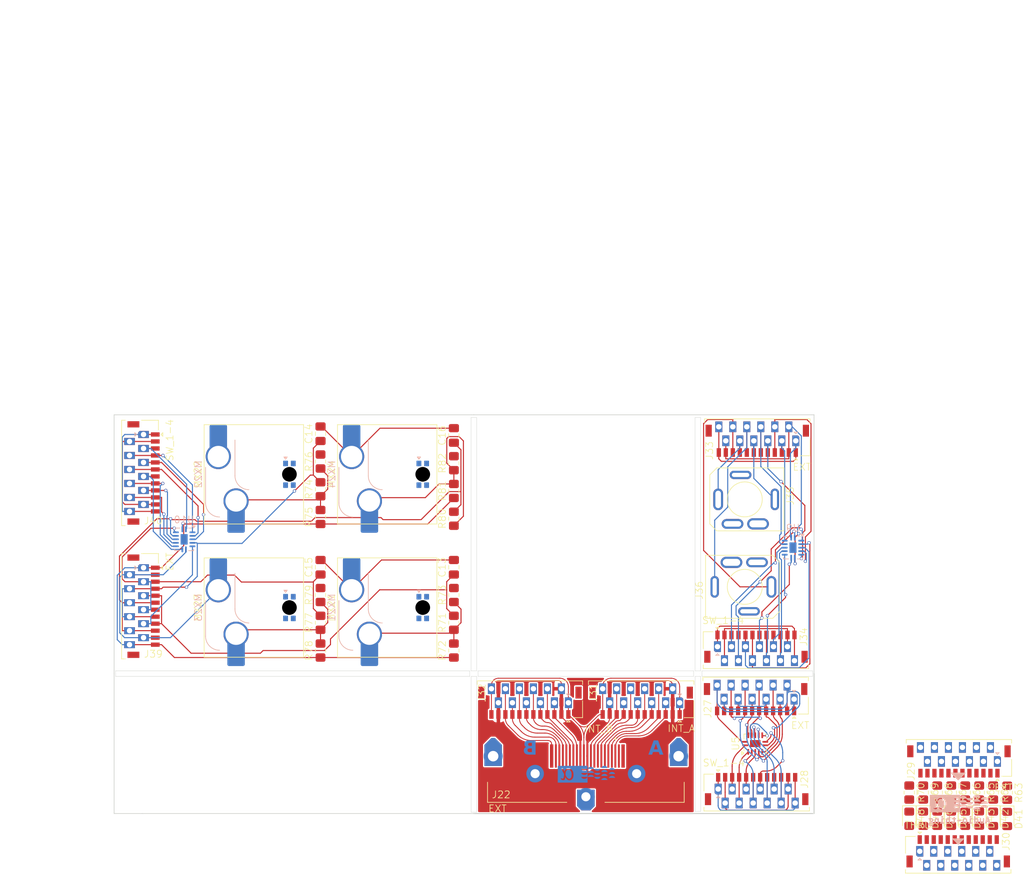
<source format=kicad_pcb>
(kicad_pcb (version 20240108) (generator "pcbnew") (generator_version "8.0")
  (layers (0 "F.Cu" signal) (31 "B.Cu" signal) (34 "B.Paste" user) (35 "F.Paste" user) (36 "B.SilkS" user "B.Silkscreen") (37 "F.SilkS" user "F.Silkscreen") (38 "B.Mask" user) (39 "F.Mask" user) (44 "Edge.Cuts" user))
  (net 0 "")
  (net 1 "/Passthru/TRIGGER 4")
  (net 2 "/Passthru/TRIGGER 8")
  (net 3 "/Passthru/TRIGGER 5")
  (net 4 "/Passthru/TRIGGER 12")
  (net 5 "/Passthru/EXT_GND")
  (net 6 "/Passthru/TRIGGER 6")
  (net 7 "/Passthru/TRIGGER 2")
  (net 8 "/Passthru/TRIGGER 11")
  (net 9 "/Passthru/TRIGGER 7")
  (net 10 "/Passthru/EXT_PWR")
  (net 11 "/Passthru/TRIGGER 1")
  (net 12 "/Passthru/TRIGGER 13")
  (net 13 "/Passthru/TRIGGER 14")
  (net 14 "/Passthru/TRIGGER 10")
  (net 15 "/Passthru/TRIGGER 3")
  (net 16 "/Passthru/TRIGGER 9")
  (net 17 "/Passthru/TRIGGER 16")
  (net 18 "/Passthru/TRIGGER 15")
  (net 19 "Net-(D41-K)")
  (net 20 "/Indicator/THRU_1")
  (net 21 "Net-(D42-K)")
  (net 22 "/Indicator/THRU_2")
  (net 23 "/Indicator/THRU_3")
  (net 24 "Net-(D43-K)")
  (net 25 "/Indicator/THRU_4")
  (net 26 "Net-(D44-K)")
  (net 27 "Net-(D45-K)")
  (net 28 "/Indicator/THRU_5")
  (net 29 "/Indicator/THRU_6")
  (net 30 "Net-(D46-K)")
  (net 31 "Net-(D47-K)")
  (net 32 "/Indicator/THRU_7")
  (net 33 "/Indicator/THRU_8")
  (net 34 "Net-(D48-K)")
  (net 35 "/Device Modules/4 to ARB/TRIG_2")
  (net 36 "/Device Modules/4 to ARB/TRIG_1")
  (net 37 "/Device Modules/4 to ARB/EXT_GND")
  (net 38 "/Device Modules/4 to ARB/TRIG_4")
  (net 39 "/Device Modules/4 to ARB/EXT_PWR")
  (net 40 "/Device Modules/4 to ARB/TRIG_3")
  (net 41 "/Device Modules/4 to ARB/SW_B3")
  (net 42 "/Device Modules/4 to ARB/SW_B2")
  (net 43 "/Device Modules/4 to ARB/SW_4")
  (net 44 "/Device Modules/4 to ARB/DEV_GND")
  (net 45 "/Device Modules/4 to ARB/SW_2")
  (net 46 "/Device Modules/4 to ARB/DEV_PWR")
  (net 47 "/Device Modules/4 to ARB/SW_3")
  (net 48 "/Device Modules/4 to ARB/SW_B4")
  (net 49 "/Device Modules/4 to ARB/SW_B1")
  (net 50 "/Device Modules/4 to ARB/SW_1")
  (net 51 "/Indicator/EXT_PWR")
  (net 52 "/Indicator/EXT_GND")
  (net 53 "/Device Modules/4 to ARB + Keys/EXT_GND")
  (net 54 "/Device Modules/4 to ARB + Keys/TRIG_1")
  (net 55 "/Device Modules/4 to ARB + Keys/TRIG_2")
  (net 56 "/Device Modules/4 to ARB + Keys/TRIG_3")
  (net 57 "/Device Modules/4 to ARB + Keys/TRIG_4")
  (net 60 "/Device Modules/4 to ARB + 2 Stereo/MONO_2")
  (net 61 "/Device Modules/4 to ARB + 2 Stereo/TRIG_3")
  (net 62 "/Device Modules/4 to ARB + 2 Stereo/TRIG_1")
  (net 63 "/Device Modules/4 to ARB + 2 Stereo/TRIG_2")
  (net 64 "/Device Modules/4 to ARB + 2 Stereo/EXT_GND")
  (net 65 "/Device Modules/4 to ARB + 2 Stereo/MONO_1")
  (net 66 "/Device Modules/4 to ARB + 2 Stereo/EXT_PWR")
  (net 67 "/Device Modules/4 to ARB + 2 Stereo/TRIG_4")
  (net 68 "/Device Modules/4 to ARB + 2 Stereo/MONO_3")
  (net 69 "/Device Modules/4 to ARB + 2 Stereo/MONO_4")
  (net 70 "/Device Modules/4 to ARB + 2 Stereo/DEV_GND")
  (net 71 "/Device Modules/4 to ARB + 2 Stereo/SW_B4")
  (net 72 "/Device Modules/4 to ARB + 2 Stereo/SW_4")
  (net 73 "/Device Modules/4 to ARB + 2 Stereo/SW_2")
  (net 74 "/Device Modules/4 to ARB + 2 Stereo/SW_B2")
  (net 75 "/Device Modules/4 to ARB + 2 Stereo/SW_3")
  (net 76 "/Device Modules/4 to ARB + 2 Stereo/SW_1")
  (net 77 "/Device Modules/4 to ARB + 2 Stereo/SW_B3")
  (net 78 "/Device Modules/4 to ARB + 2 Stereo/SW_B1")
  (net 79 "/Device Modules/4 to ARB + 2 Stereo/DEV_PWR")
  (net 80 "/Device Modules/4 to ARB + Keys/EXT_PWR")
  (net 81 "/Device Modules/4 to ARB + Keys/SW_4")
  (net 82 "/Device Modules/4 to ARB + Keys/DEV_GND")
  (net 83 "/Device Modules/4 to ARB + Keys/SW_B4")
  (net 84 "/Device Modules/4 to ARB + Keys/SW_B2")
  (net 85 "/Device Modules/4 to ARB + Keys/SW_B1")
  (net 86 "/Device Modules/4 to ARB + Keys/SW_2")
  (net 87 "/Device Modules/4 to ARB + Keys/SW_1")
  (net 88 "/Device Modules/4 to ARB + Keys/DEV_PWR")
  (net 89 "/Device Modules/4 to ARB + Keys/SW_B3")
  (net 90 "/Device Modules/4 to ARB + Keys/SW_3")
  (net 91 "Net-(MX21-Pad1)")
  (net 92 "Net-(MX22-Pad1)")
  (net 93 "Net-(MX23-Pad1)")
  (net 94 "Net-(MX24-Pad1)")
  (net 95 "Net-(MX21-L3)")
  (net 96 "Net-(MX22-L3)")
  (net 97 "Net-(MX23-L3)")
  (net 98 "Net-(MX24-L3)")
  (footprint "Resistor_SMD:R_0805_2012Metric_Pad1.20x1.40mm_HandSolder" (layer "F.Cu") (at 89.2925 100.904 90)
    (property "Reference" "R71")
    (property "Value" "1k")
  )
  (footprint "AT-Footprints:JST_SHL 12pin w pads" (layer "F.Cu") (at 44.455 79.4852 -90)
    (property "Reference" "J40")
    (property "Value" "SW_1-4")
  )
  (footprint "AT-Footprints:SW_Hotswap_Kailh_MX_Plated_1206R LED" (layer "F.Cu") (at 60.7175 98.729 90)
    (property "Reference" "MX23")
    (property "Value" "Trigger 1")
  )
  (footprint "Resistor_SMD:R_0805_2012Metric_Pad1.20x1.40mm_HandSolder" (layer "F.Cu") (at 70.2425 85.7852 90)
    (property "Reference" "R75")
    (property "Value" "10k")
  )
  (footprint "LED_SMD:LED_0805_2012Metric_Pad1.15x1.40mm_HandSolder" (layer "F.Cu") (at 164.355 128.899 -90)
    (property "Reference" "D43")
    (property "Value" "ACT_3")
  )
  (footprint "AT-Footprints:AMPHENOL_10078837-001LF" (layer "F.Cu") (at 108.155 122.474)
    (property "Reference" "J22")
    (property "Value" "EXT")
  )
  (footprint "Resistor_SMD:R_0805_2012Metric_Pad1.20x1.40mm_HandSolder" (layer "F.Cu") (at 89.2925 104.8727 90)
    (property "Reference" "R72")
    (property "Value" "10k")
  )
  (footprint "Resistor_SMD:R_0805_2012Metric_Pad1.20x1.40mm_HandSolder" (layer "F.Cu") (at 89.2925 86.029 90)
    (property "Reference" "R80")
    (property "Value" "1k")
  )
  (footprint "Resistor_SMD:R_0805_2012Metric_Pad1.20x1.40mm_HandSolder" (layer "F.Cu") (at 70.2425 81.8165 90)
    (property "Reference" "R74")
    (property "Value" "1k")
  )
  (footprint "Resistor_SMD:R_0805_2012Metric_Pad1.20x1.40mm_HandSolder" (layer "F.Cu") (at 166.355 125.174 -90)
    (property "Reference" "R64")
    (property "Value" "150R")
  )
  (footprint "Resistor_SMD:R_0805_2012Metric_Pad1.20x1.40mm_HandSolder" (layer "F.Cu") (at 154.355 125.174 -90)
    (property "Reference" "R70")
    (property "Value" "150R")
  )
  (footprint "AT-Footprints:SJ3-3505" (layer "F.Cu") (at 130.855 83.2662 180)
    (property "Reference" "J35")
    (property "Value" "MONO 1")
  )
  (footprint "Resistor_SMD:R_0805_2012Metric_Pad1.20x1.40mm_HandSolder" (layer "F.Cu") (at 89.2925 82.0602 90)
    (property "Reference" "R81")
    (property "Value" "10k")
  )
  (footprint "Resistor_SMD:R_0805_2012Metric_Pad1.20x1.40mm_HandSolder" (layer "F.Cu") (at 89.2925 96.9352 90)
    (property "Reference" "R73")
    (property "Value" "150R")
  )
  (footprint "AT-Footprints:JST_SHL 12pin w pads" (layer "F.Cu") (at 100.155 111.8355 180)
    (property "Reference" "J32")
    (property "Value" "INT_B")
  )
  (footprint "Resistor_SMD:R_0805_2012Metric_Pad1.20x1.40mm_HandSolder" (layer "F.Cu") (at 89.2925 78.0915 90)
    (property "Reference" "R82")
    (property "Value" "150R")
  )
  (footprint "AT-Footprints:JST_SHL 12pin w pads" (layer "F.Cu") (at 161.355 134.074)
    (property "Reference" "J30")
    (property "Value" "THRU")
  )
  (footprint "Capacitor_SMD:C_0805_2012Metric_Pad1.18x1.45mm_HandSolder" (layer "F.Cu") (at 70.2425 73.879 90)
    (property "Reference" "C14")
    (property "Value" "1uF")
  )
  (footprint "Capacitor_SMD:C_0805_2012Metric_Pad1.18x1.45mm_HandSolder" (layer "F.Cu") (at 89.2925 92.9665 90)
    (property "Reference" "C13")
    (property "Value" "1uF")
  )
  (footprint "Resistor_SMD:R_0805_2012Metric_Pad1.20x1.40mm_HandSolder" (layer "F.Cu") (at 156.355 125.174 -90)
    (property "Reference" "R69")
    (property "Value" "150R")
  )
  (footprint "AT-Footprints:JST_SHL 12pin w pads" (layer "F.Cu") (at 132.555 125.174)
    (property "Reference" "J28")
    (property "Value" "SW_1-4")
  )
  (footprint "AT-Footprints:JST_SHL 12pin w pads" (layer "F.Cu") (at 132.6469 74.3893 180)
    (property "Reference" "J33")
    (property "Value" "EXT")
  )
  (footprint "LED_SMD:LED_0805_2012Metric_Pad1.15x1.40mm_HandSolder" (layer "F.Cu") (at 160.355 128.924 -90)
    (property "Reference" "D45")
    (property "Value" "ACT_5")
  )
  (footprint "LED_SMD:LED_0805_2012Metric_Pad1.15x1.40mm_HandSolder" (layer "F.Cu") (at 158.355 128.924 -90)
    (property "Reference" "D46")
    (property "Value" "ACT_6")
  )
  (footprint "Resistor_SMD:R_0805_2012Metric_Pad1.20x1.40mm_HandSolder" (layer "F.Cu") (at 70.2425 96.9352 90)
    (property "Reference" "R79")
    (property "Value" "150R")
  )
  (footprint "Resistor_SMD:R_0805_2012Metric_Pad1.20x1.40mm_HandSolder" (layer "F.Cu") (at 160.355 125.174 -90)
    (property "Reference" "R67")
    (property "Value" "150R")
  )
  (footprint "Resistor_SMD:R_0805_2012Metric_Pad1.20x1.40mm_HandSolder" (layer "F.Cu") (at 70.2425 104.8727 90)
    (property "Reference" "R78")
    (property "Value" "10k")
  )
  (footprint "Resistor_SMD:R_0805_2012Metric_Pad1.20x1.40mm_HandSolder" (layer "F.Cu") (at 158.355 125.174 -90)
    (property "Reference" "R68")
    (property "Value" "150R")
  )
  (footprint "LED_SMD:LED_0805_2012Metric_Pad1.15x1.40mm_HandSolder" (layer "F.Cu") (at 168.355 128.949 -90)
    (property "Reference" "D41")
    (property "Value" "ACT_1")
  )
  (footprint "AT-Footprints:SJ3-3505" (layer "F.Cu") (at 130.855 95.7662)
    (property "Reference" "J36")
    (property "Value" "MONO 2")
  )
  (footprint "AT-Footprints:SW_Hotswap_Kailh_MX_Plated_1206R LED" (layer "F.Cu") (at 60.7175 79.679 90)
    (property "Reference" "MX22")
    (property "Value" "Trigger 2")
  )
  (footprint "Resistor_SMD:R_0805_2012Metric_Pad1.20x1.40mm_HandSolder" (layer "F.Cu") (at 168.355 125.199 -90)
    (property "Reference" "R63")
    (property "Value" "150R")
  )
  (footprint "LED_SMD:LED_0805_2012Metric_Pad1.15x1.40mm_HandSolder" (layer "F.Cu") (at 154.355 128.924 -90)
    (property "Reference" "D48")
    (property "Value" "ACT_8")
  )
  (footprint "Resistor_SMD:R_0805_2012Metric_Pad1.20x1.40mm_HandSolder" (layer "F.Cu") (at 162.355 125.174 -90)
    (property "Reference" "R66")
    (property "Value" "150R")
  )
  (footprint "Resistor_SMD:R_0805_2012Metric_Pad1.20x1.40mm_HandSolder" (layer "F.Cu") (at 70.2425 100.904 90)
    (property "Reference" "R77")
    (property "Value" "1k")
  )
  (footprint "AT-Footprints:JST_SHL 12pin w pads" (layer "F.Cu") (at 132.405 111.3221 180)
    (property "Reference" "J27")
    (property "Value" "EXT")
  )
  (footprint "LED_SMD:LED_0805_2012Metric_Pad1.15x1.40mm_HandSolder" (layer "F.Cu") (at 166.355 128.924 -90)
    (property "Reference" "D42")
    (property "Value" "ACT_2")
  )
  (footprint "AT-Footprints:JST_SHL 12pin w pads" (layer "F.Cu") (at 44.455 98.5352 -90)
    (property "Reference" "J39")
    (property "Value" "EXT")
  )
  (footprint "AT-Footprints:JST_SHL 12pin w pads" (layer "F.Cu") (at 116.055 111.8355 180)
    (property "Reference" "J31")
    (property "Value" "INT_A")
  )
  (footprint "LED_SMD:LED_0805_2012Metric_Pad1.15x1.40mm_HandSolder" (layer "F.Cu") (at 162.355 128.924 -90)
    (property "Reference" "D44")
    (property "Value" "ACT_4")
  )
  (footprint "LED_SMD:LED_0805_2012Metric_Pad1.15x1.40mm_HandSolder" (layer "F.Cu") (at 156.355 128.924 -90)
    (property "Reference" "D47")
    (property "Value" "ACT_7")
  )
  (footprint "Package_DFN_QFN:DHVQFN-14-1EP_2.5x3mm_P0.5mm_EP1x1.5mm" (layer "F.Cu") (at 132.355 118.174 90)
    (property "Reference" "U5")
    (property "Value" "4066")
  )
  (footprint "Capacitor_SMD:C_0805_2012Metric_Pad1.18x1.45mm_HandSolder" (layer "F.Cu") (at 70.2425 92.9665 90)
    (property "Reference" "C15")
    (property "Value" "1uF")
  )
  (footprint "AT-Footprints:SW_Hotswap_Kailh_MX_Plated_1206R LED" (layer "F.Cu") (at 79.7675 98.729 90)
    (property "Reference" "MX21")
    (property "Value" "Trigger 3")
  )
  (footprint "Resistor_SMD:R_0805_2012Metric_Pad1.20x1.40mm_HandSolder" (layer "F.Cu") (at 70.2425 77.8477 90)
    (property "Reference" "R76")
    (property "Value" "150R")
  )
  (footprint "Capacitor_SMD:C_0805_2012Metric_Pad1.18x1.45mm_HandSolder" (layer "F.Cu") (at 89.2925 74.1227 90)
    (property "Reference" "C16")
    (property "Value" "1uF")
  )
  (footprint "AT-Footprints:SW_Hotswap_Kailh_MX_Plated_1206R LED" (layer "F.Cu") (at 79.7675 79.679 90)
    (property "Reference" "MX24")
    (property "Value" "Trigger 4")
  )
  (footprint "AT-Footprints:JST_SHL 12pin w pads" (layer "F.Cu") (at 132.455 104.8181)
    (property "Reference" "J34")
    (property "Value" "SW_1-4")
  )
  (footprint "Resistor_SMD:R_0805_2012Metric_Pad1.20x1.40mm_HandSolder" (layer "F.Cu") (at 164.355 125.174 -90)
    (property "Reference" "R65")
    (property "Value" "150R")
  )
  (footprint "AT-Footprints:JST_SHL 12pin w pads" (layer "F.Cu") (at 161.455 120.224 180)
    (property "Reference" "J29")
    (property "Value" "EXT")
  )
  (footprint "Package_DFN_QFN:DHVQFN-14-1EP_2.5x3mm_P0.5mm_EP1x1.5mm" (layer "B.Cu") (at 50.755 88.974 180)
    (property "Reference" "U10")
    (property "Value" "4066")
  )
  (footprint "AT-Footprints:at-logo-cu" (layer "B.Cu") (at 108.155 120.974 180)
    (property "Reference" "***" (hide yes))
    (property "Value" "" (hide yes))
  )
  (footprint "Package_DFN_QFN:DHVQFN-14-1EP_2.5x3mm_P0.5mm_EP1x1.5mm" (layer "B.Cu") (at 137.7425 90.1662 180)
    (property "Reference" "U9")
    (property "Value" "4066")
  )
  (footprint "AT-Footprints:at-logo" (layer "B.Cu") (at 161.355 125.174 180)
    (property "Reference" "G***" (hide yes))
    (property "Value" "LOGO" (hide yes))
  )
  (gr_poly (pts (xy 161.355 132.574) (xy 162.155 131.774) (xy 160.555 131.774)) (stroke (width 0.1)) (fill solid) (layer "B.SilkS"))
  (gr_poly (pts (xy 161.355 123.374) (xy 162.355 122.374) (xy 160.355 122.374)) (stroke (width 0.1)) (fill solid) (layer "B.SilkS"))
  (gr_line (start 91.755 108.574) (end 91.755 127.974) (stroke (width 0.05)) (layer "Edge.Cuts"))
  (gr_line (start 140.755 128.174001) (end 140.755 108.174) (stroke (width 0.15)) (layer "Edge.Cuts"))
  (gr_line (start 92.7469 108.566202) (end 123.5469 108.566202) (stroke (width 0.05)) (layer "Edge.Cuts"))
  (gr_line (start 40.755001 108.174) (end 40.755001 71.174) (stroke (width 0.1)) (layer "Edge.Cuts"))
  (gr_line (start 91.555001 108.574) (end 91.555001 107.774) (stroke (width 0.05)) (layer "Edge.Cuts"))
  (gr_line (start 92.5469 107.766202) (end 91.7469 107.766202) (stroke (width 0.05)) (layer "Edge.Cuts"))
  (gr_line (start 92.555 108.574) (end 91.755 108.574) (stroke (width 0.05)) (layer "Edge.Cuts"))
  (gr_line (start 124.5469 71.566202) (end 123.7469 71.566202) (stroke (width 0.05)) (layer "Edge.Cuts"))
  (gr_line (start 124.5469 107.766202) (end 124.5469 71.566202) (stroke (width 0.05)) (layer "Edge.Cuts"))
  (gr_line (start 123.5469 107.766202) (end 92.7469 107.766202) (stroke (width 0.05)) (layer "Edge.Cuts"))
  (gr_line (start 40.755001 128.174) (end 44.7675 128.174) (stroke (width 0.1)) (layer "Edge.Cuts"))
  (gr_line (start 40.955001 108.574) (end 91.555001 108.574) (stroke (width 0.05)) (layer "Edge.Cuts"))
  (gr_line (start 140.755 108.174) (end 140.755 71.166202) (stroke (width 0.1)) (layer "Edge.Cuts"))
  (gr_line (start 123.755 127.874) (end 124.555 127.874) (stroke (width 0.05)) (layer "Edge.Cuts"))
  (gr_line (start 40.755001 71.174) (end 92.155 71.174) (stroke (width 0.1)) (layer "Edge.Cuts"))
  (gr_line (start 92.5469 71.566202) (end 91.7469 71.566202) (stroke (width 0.05)) (layer "Edge.Cuts"))
  (gr_line (start 40.755001 108.174) (end 40.755001 128.174) (stroke (width 0.1)) (layer "Edge.Cuts"))
  (gr_line (start 40.955001 107.774) (end 40.955001 108.574) (stroke (width 0.05)) (layer "Edge.Cuts"))
  (gr_line (start 124.555 108.566202) (end 123.755 108.566202) (stroke (width 0.05)) (layer "Edge.Cuts"))
  (gr_line (start 92.7469 108.566202) (end 92.7469 107.766202) (stroke (width 0.05)) (layer "Edge.Cuts"))
  (gr_line (start 123.5469 108.566202) (end 123.5469 107.766202) (stroke (width 0.05)) (layer "Edge.Cuts"))
  (gr_line (start 123.7469 71.566202) (end 123.7469 107.766202) (stroke (width 0.05)) (layer "Edge.Cuts"))
  (gr_line (start 92.155 71.174) (end 140.755 71.174) (stroke (width 0.1)) (layer "Edge.Cuts"))
  (gr_line (start 91.7469 71.566202) (end 91.7469 107.766202) (stroke (width 0.05)) (layer "Edge.Cuts"))
  (gr_line (start 92.555 127.974) (end 92.555 108.574) (stroke (width 0.05)) (layer "Edge.Cuts"))
  (gr_line (start 124.5469 107.766202) (end 123.7469 107.766202) (stroke (width 0.05)) (layer "Edge.Cuts"))
  (gr_line (start 91.555001 107.774) (end 40.955001 107.774) (stroke (width 0.05)) (layer "Edge.Cuts"))
  (gr_line (start 123.755 108.566202) (end 123.755 127.874) (stroke (width 0.05)) (layer "Edge.Cuts"))
  (gr_line (start 140.5469 108.566202) (end 140.5469 107.766202) (stroke (width 0.05)) (layer "Edge.Cuts"))
  (gr_line (start 124.7469 108.566202) (end 124.7469 107.766202) (stroke (width 0.05)) (layer "Edge.Cuts"))
  (gr_line (start 124.155 128.174) (end 92.155 128.174) (stroke (width 0.15)) (layer "Edge.Cuts"))
  (gr_line (start 124.555 127.874) (end 124.555 108.566202) (stroke (width 0.05)) (layer "Edge.Cuts"))
  (gr_line (start 92.5469 107.766202) (end 92.5469 71.566202) (stroke (width 0.05)) (layer "Edge.Cuts"))
  (gr_line (start 91.755 127.974) (end 92.555 127.974) (stroke (width 0.05)) (layer "Edge.Cuts"))
  (gr_line (start 124.155 128.174001) (end 140.755 128.174001) (stroke (width 0.15)) (layer "Edge.Cuts"))
  (gr_line (start 92.155 128.174) (end 44.7675 128.174) (stroke (width 0.1)) (layer "Edge.Cuts"))
  (gr_line (start 124.7469 108.566202) (end 140.5469 108.566202) (stroke (width 0.05)) (layer "Edge.Cuts"))
  (gr_line (start 140.5469 107.766202) (end 124.7469 107.766202) (stroke (width 0.05)) (layer "Edge.Cuts"))
  (gr_text "A" (at 118.155 118.924 0) (layer "B.Cu") (effects (font (size 2 2) (thickness 0.2) (bold yes)) (justify mirror)))
  (gr_text "B" (at 100.155 118.924 0) (layer "B.Cu") (effects (font (size 2 2) (thickness 0.2) (bold yes)) (justify mirror)))
  (segment (start 116.555002 114.309073) (end 116.555002 114.012448) (width 0.127) (layer "F.Cu") (net 1))
  (segment (start 116.345256 114.815443) (end 115.652327 115.508372) (width 0.127) (layer "F.Cu") (net 1))
  (segment (start 116.555002 110.335552) (end 116.555002 113.419199) (width 0.127) (layer "F.Cu") (net 1))
  (segment (start 111.190802 117.796197) (end 112.025787 116.961211) (width 0.127) (layer "F.Cu") (net 1))
  (segment (start 116.555 110.336) (end 116.555 110.3355) (width 0.1524) (layer "F.Cu") (net 1))
  (segment (start 114.75695 115.879249) (end 114.637874 115.879249) (width 0.127) (layer "F.Cu") (net 1))
  (segment (start 110.865 118.582754) (end 110.865 119.9515) (width 0.127) (layer "F.Cu") (net 1))
  (segment (start 116.555 113.419) (end 116.555 114.012) (width 0.127) (layer "F.Cu") (net 1))
  (arc (start 112.025787 116.961211) (mid 113.224223 116.160442) (end 114.637874 115.879249) (width 0.127) (layer "F.Cu") (net 1))
  (arc (start 116.555 110.335549) (mid 116.555001 110.33555) (end 116.555002 110.335552) (width 0.127) (layer "F.Cu") (net 1))
  (arc (start 114.75695 115.879249) (mid 115.241525 115.782861) (end 115.652327 115.508372) (width 0.127) (layer "F.Cu") (net 1))
  (arc (start 116.345256 114.815443) (mid 116.50049 114.583118) (end 116.555002 114.309073) (width 0.127) (layer "F.Cu") (net 1))
  (arc (start 111.190802 117.796197) (mid 110.949673 118.157072) (end 110.865 118.582754) (width 0.127) (layer "F.Cu") (net 1))
  (segment (start 108.865 118.624877) (end 108.865 119.9515) (width 0.127) (layer "F.Cu") (net 2))
  (segment (start 112.554999 110.33555) (end 112.554999 113.630449) (width 0.127) (layer "F.Cu") (net 2))
  (segment (start 112.555 110.336) (end 112.555 110.3355) (width 0.1524) (layer "F.Cu") (net 2))
  (segment (start 109.247141 117.702306) (end 112.419941 114.529506) (width 0.127) (layer "F.Cu") (net 2))
  (segment (start 112.555 113.63) (end 112.555 114.012) (width 0.127) (layer "F.Cu") (net 2))
  (segment (start 112.554999 114.203449) (end 112.554999 114.012449) (width 0.127) (layer "F.Cu") (net 2))
  (arc (start 108.865 118.624877) (mid 108.964315 118.125585) (end 109.247141 117.702306) (width 0.127) (layer "F.Cu") (net 2))
  (arc (start 112.554999 114.203449) (mid 112.519898 114.379909) (end 112.419941 114.529506) (width 0.127) (layer "F.Cu") (net 2))
  (arc (start 112.555 110.335549) (mid 112.554999 110.335549) (end 112.554999 110.33555) (width 0.127) (layer "F.Cu") (net 2))
  (segment (start 113.981975 115.552249) (end 114.653221 115.552249) (width 0.127) (layer "F.Cu") (net 3))
  (segment (start 112.19843 116.291017) (end 110.558172 117.931275) (width 0.127) (layer "F.Cu") (net 3))
  (segment (start 110.365 118.397633) (end 110.365 119.9515) (width 0.127) (layer "F.Cu") (net 3))
  (segment (start 115.555 112.336) (end 115.555 112.3355) (width 0.1524) (layer "F.Cu") (net 3))
  (segment (start 115.555001 112.33555) (end 115.555001 114.012449) (width 0.127) (layer "F.Cu") (net 3))
  (segment (start 115.555001 114.650469) (end 115.555001 114.012449) (width 0.127) (layer "F.Cu") (net 3))
  (arc (start 115.290876 115.288124) (mid 114.998317 115.483605) (end 114.653221 115.552249) (width 0.127) (layer "F.Cu") (net 3))
  (arc (start 115.555001 114.650469) (mid 115.486357 114.995565) (end 115.290876 115.288124) (width 0.127) (layer "F.Cu") (net 3))
  (arc (start 115.555 112.335549) (mid 115.555 112.335549) (end 115.555001 112.33555) (width 0.127) (layer "F.Cu") (net 3))
  (arc (start 112.19843 116.291017) (mid 113.016727 115.744248) (end 113.981975 115.552249) (width 0.127) (layer "F.Cu") (net 3))
  (arc (start 110.558172 117.931275) (mid 110.415204 118.145242) (end 110.365 118.397633) (width 0.127) (layer "F.Cu") (net 3))
  (segment (start 100.655 114.0124) (end 100.655 113.785) (width 0.127) (layer "F.Cu") (net 4))
  (segment (start 102.239577 115.674) (end 101.935328 115.674) (width 0.127) (layer "F.Cu") (net 4))
  (segment (start 105.365 118.626614) (end 105.365 119.9515) (width 0.127) (layer "F.Cu") (net 4))
  (segment (start 100.655002 110.335552) (end 100.655002 113.784561) (width 0.127) (layer "F.Cu") (net 4))
  (segment (start 100.655 110.336) (end 100.655 110.3355) (width 0.1524) (layer "F.Cu") (net 4))
  (segment (start 100.977284 115.246284) (end 101.030001 115.299001) (width 0.127) (layer "F.Cu") (net 4))
  (segment (start 104.897058 117.496903) (end 103.66429 116.264135) (width 0.127) (layer "F.Cu") (net 4))
  (segment (start 100.655 114.24) (end 100.655 114.0124) (width 0.127) (layer "F.Cu") (net 4))
  (segment (start 100.655002 114.468225) (end 100.655002 114.240337) (width 0.127) (layer "F.Cu") (net 4))
  (arc (start 104.897058 117.496903) (mid 105.243386 118.015219) (end 105.365 118.626614) (width 0.127) (layer "F.Cu") (net 4))
  (arc (start 101.030001 115.299001) (mid 101.445368 115.57654) (end 101.935328 115.674) (width 0.127) (layer "F.Cu") (net 4))
  (arc (start 100.977284 115.246284) (mid 100.73876 114.889307) (end 100.655002 114.468225) (width 0.127) (layer "F.Cu") (net 4))
  (arc (start 103.66429 116.264135) (mid 103.010626 115.827371) (end 102.239577 115.674) (width 0.127) (layer "F.Cu") (net 4))
  (arc (start 100.655 110.335549) (mid 100.655001 110.33555) (end 100.655002 110.335552) (width 0.127) (layer "F.Cu") (net 4))
  (segment (start 119.855939 109.1645) (end 112.207198 109.1645) (width 0.127) (layer "F.Cu") (net 5))
  (segment (start 120.555001 110.33555) (end 120.555001 114.012449) (width 0.127) (layer "F.Cu") (net 5))
  (segment (start 104.655 113.695) (end 104.655 114.012) (width 0.127) (layer "F.Cu") (net 5))
  (segment (start 111.555001 112.33555) (end 111.555 112.335547) (width 0.127) (layer "F.Cu") (net 5))
  (segment (start 104.655 110.335548) (end 104.655001 110.33555) (width 0.127) (layer "F.Cu") (net 5))
  (segment (start 120.555 110.335548) (end 120.555001 110.33555) (width 0.127) (layer "F.Cu") (net 5))
  (segment (start 95.655 112.335547) (end 95.655 109.607494) (width 0.127) (layer "F.Cu") (net 5))
  (segment (start 108.365 118.346283) (end 108.365 120.442993) (width 0.127) (layer "F.Cu") (net 5))
  (segment (start 111.555 112.335547) (end 111.555 109.816698) (width 0.127) (layer "F.Cu") (net 5))
  (segment (start 107.365 119.9515) (end 107.365 121.712764) (width 0.127) (layer "F.Cu") (net 5))
  (segment (start 111.555 113.093) (end 111.555 114.012) (width 0.127) (layer "F.Cu") (net 5))
  (segment (start 95.655001 112.33555) (end 95.655001 114.012449) (width 0.127) (layer "F.Cu") (net 5))
  (segment (start 108.365 120.443) (end 108.365 121.29) (width 0.127) (layer "F.Cu") (net 5))
  (segment (start 120.555 110.335547) (end 120.555 109.86356) (width 0.127) (layer "F.Cu") (net 5))
  (segment (start 95.655001 112.33555) (end 95.655 112.335547) (width 0.127) (layer "F.Cu") (net 5))
  (segment (start 104.655 110.335547) (end 104.655 109.607494) (width 0.127) (layer "F.Cu") (net 5))
  (segment (start 108.523593 117.963405) (end 111.22989 115.257109) (width 0.127) (layer "F.Cu") (net 5))
  (segment (start 107.529735 121.8775) (end 108.200264 121.8775) (width 0.127) (layer "F.Cu") (net 5))
  (segment (start 111.555001 112.33555) (end 111.555001 113.092899) (width 0.127) (layer "F.Cu") (net 5))
  (segment (start 108.365 121.712764) (end 108.365 121.289507) (width 0.127) (layer "F.Cu") (net 5))
  (segment (start 104.655001 110.33555) (end 104.655001 113.694949) (width 0.127) (layer "F.Cu") (net 5))
  (segment (start 104.655001 110.33555) (end 104.655 110.335547) (width 0.127) (layer "F.Cu") (net 5))
  (segment (start 107.365 118.166929) (end 107.365 119.9515) (width 0.127) (layer "F.Cu") (net 5))
  (segment (start 95.655 112.335548) (end 95.655001 112.33555) (width 0.127) (layer "F.Cu") (net 5))
  (segment (start 104.655001 114.171199) (end 104.655001 114.012449) (width 0.127) (layer "F.Cu") (net 5))
  (segment (start 111.555 112.335548) (end 111.555001 112.33555) (width 0.127) (layer "F.Cu") (net 5))
  (segment (start 96.097994 109.1645) (end 104.212005 109.1645) (width 0.127) (layer "F.Cu") (net 5))
  (segment (start 120.555001 110.33555) (end 120.555 110.335547) (width 0.127) (layer "F.Cu") (net 5))
  (segment (start 111.555001 114.472224) (end 111.555001 114.012449) (width 0.127) (layer "F.Cu") (net 5))
  (segment (start 104.767254 114.442202) (end 106.568103 116.243051) (width 0.127) (layer "F.Cu") (net 5))
  (arc (start 104.655001 110.33555) (mid 104.655 110.335549) (end 104.655 110.335549) (width 0.127) (layer "F.Cu") (net 5))
  (arc (start 111.746024 109.355524) (mid 111.957612 109.214145) (end 112.207198 109.1645) (width 0.127) (layer "F.Cu") (net 5))
  (arc (start 120.35025 109.36925) (mid 120.501787 109.596041) (end 120.555 109.86356) (width 0.127) (layer "F.Cu") (net 5))
  (arc (start 104.655001 114.171199) (mid 104.684174 114.317864) (end 104.767254 114.442202) (width 0.127) (layer "F.Cu") (net 5))
  (arc (start 120.555001 110.33555) (mid 120.555 110.335549) (end 120.555 110.335549) (width 0.127) (layer "F.Cu") (net 5))
  (arc (start 96.097994 109.1645) (mid 95.928467 109.19822) (end 95.78475 109.29425) (width 0.127) (layer "F.Cu") (net 5))
  (arc (start 104.655 110.335549) (mid 104.655 110.335549) (end 104.655001 110.33555) (width 0.127) (layer "F.Cu") (net 5))
  (arc (start 111.746024 109.355524) (mid 111.604645 109.567112) (end 111.555 109.816698) (width 0.127) (layer "F.Cu") (net 5))
  (arc (start 108.523593 117.963405) (mid 108.406217 118.139071) (end 108.365 118.346283) (width 0.127) (layer "F.Cu") (net 5))
  (arc (start 107.365 118.166929) (mid 107.157893 117.125734) (end 106.568103 116.243051) (width 0.127) (layer "F.Cu") (net 5))
  (arc (start 111.555 112.335547) (mid 111.555 112.335548) (end 111.555 112.335549) (width 0.127) (layer "F.Cu") (net 5))
  (arc (start 108.31675 121.82925) (mid 108.35246 121.775805) (end 108.365 121.712764) (width 0.127) (layer "F.Cu") (net 5))
  (arc (start 104.655 110.335549) (mid 104.655 110.335548) (end 104.655 110.335548) (width 0.127) (layer "F.Cu") (net 5))
  (arc (start 120.555 110.335547) (mid 120.555 110.335548) (end 120.555 110.335549) (width 0.127) (layer "F.Cu") (net 5))
  (arc (start 107.365 121.712764) (mid 107.377539 121.775805) (end 107.41325 121.82925) (width 0.127) (layer "F.Cu") (net 5))
  (arc (start 111.555001 114.472224) (mid 111.470507 114.897) (end 111.22989 115.257109) (width 0.127) (layer "F.Cu") (net 5))
  (arc (start 95.655 112.335549) (mid 95.655 112.335548) (end 95.655 112.335548) (width 0.127) (layer "F.Cu") (net 5))
  (arc (start 120.555 110.335549) (mid 120.555 110.335549) (end 120.555001 110.33555) (width 0.127) (layer "F.Cu") (net 5))
  (arc (start 95.655 112.335547) (mid 95.655 112.335548) (end 95.655 112.335549) (width 0.127) (layer "F.Cu") (net 5))
  (arc (start 108.31675 121.82925) (mid 108.263305 121.86496) (end 108.200264 121.8775) (width 0.127) (layer "F.Cu") (net 5))
  (arc (start 111.555 112.335549) (mid 111.555 112.335549) (end 111.555001 112.33555) (width 0.127) (layer "F.Cu") (net 5))
  (arc (start 104.655 109.607494) (mid 104.621279 109.437967) (end 104.52525 109.29425) (width 0.127) (layer "F.Cu") (net 5))
  (arc (start 104.212005 109.1645) (mid 104.381532 109.19822) (end 104.52525 109.29425) (width 0.127) (layer "F.Cu") (net 5))
  (arc (start 120.35025 109.36925) (mid 120.123458 109.217712) (end 119.855939 109.1645) (width 0.127) (layer "F.Cu") (net 5))
  (arc (start 104.655 110.335547) (mid 104.655 110.335548) (end 104.655 110.335549) (width 0.127) (layer "F.Cu") (net 5))
  (arc (start 111.555 112.335549) (mid 111.555 112.335548) (end 111.555 112.335548) (width 0.127) (layer "F.Cu") (net 5))
  (arc (start 111.555001 112.33555) (mid 111.555 112.335549) (end 111.555 112.335549) (width 0.127) (layer "F.Cu") (net 5))
  (arc (start 95.655 109.607494) (mid 95.68872 109.437967) (end 95.78475 109.29425) (width 0.127) (layer "F.Cu") (net 5))
  (arc (start 107.529735 121.8775) (mid 107.466693 121.86496) (end 107.41325 121.82925) (width 0.127) (layer "F.Cu") (net 5))
  (arc (start 95.655001 112.33555) (mid 95.655 112.335549) (end 95.655 112.335549) (width 0.127) (layer "F.Cu") (net 5))
  (arc (start 120.555 110.335549) (mid 120.555 110.335548) (end 120.555 110.335548) (width 0.127) (layer "F.Cu") (net 5))
  (arc (start 95.655 112.335549) (mid 95.655 112.335549) (end 95.655001 112.33555) (width 0.127) (layer "F.Cu") (net 5))
  (segment (start 114.394451 114.627097) (end 114.147925 114.873622) (width 0.127) (layer "F.Cu") (net 6))
  (segment (start 109.865 118.424325) (end 109.865 119.9515) (width 0.127) (layer "F.Cu") (net 6))
  (segment (start 114.555 113.558349) (end 114.555 110.335549) (width 0.127) (layer "F.Cu") (net 6))
  (segment (start 114.555 114.239499) (end 114.555 114.012449) (width 0.127) (layer "F.Cu") (net 6))
  (segment (start 114.555 110.336) (end 114.555 110.3355) (width 0.1524) (layer "F.Cu") (net 6))
  (segment (start 114.555 113.558) (end 114.555 114.012) (width 0.127) (layer "F.Cu") (net 6))
  (segment (start 112.450124 115.576875) (end 110.050492 117.976507) (width 0.127) (layer "F.Cu") (net 6))
  (arc (start 113.299025 115.225249) (mid 113.758446 115.133864) (end 114.147925 114.873622) (width 0.127) (layer "F.Cu") (net 6))
  (arc (start 113.299025 115.225249) (mid 112.839603 115.316633) (end 112.450124 115.576875) (width 0.127) (layer "F.Cu") (net 6))
  (arc (start 114.394451 114.627097) (mid 114.513274 114.449265) (end 114.555 114.239499) (width 0.127) (layer "F.Cu") (net 6))
  (arc (start 109.865 118.424325) (mid 109.913208 118.181968) (end 110.050492 117.976507) (width 0.127) (layer "F.Cu") (net 6))
  (segment (start 112.264589 117.684849) (end 112.521791 117.427655) (width 0.127) (layer "F.Cu") (net 7))
  (segment (start 115.143567 116.751) (end 113.962719 116.751) (width 0.127) (layer "F.Cu") (net 7))
  (segment (start 111.865 118.649519) (end 111.865 119.9515) (width 0.127) (layer "F.Cu") (net 7))
  (segment (start 118.555 113.558) (end 118.555 114.012) (width 0.127) (layer "F.Cu") (net 7))
  (segment (start 117.067445 115.954103) (end 118.394451 114.627097) (width 0.127) (layer "F.Cu") (net 7))
  (segment (start 112.524 117.426) (end 112.522 117.428) (width 0.127) (layer "F.Cu") (net 7))
  (segment (start 112.535 117.414) (end 112.527 117.422) (width 0.127) (layer "F.Cu") (net 7))
  (segment (start 118.555 113.558349) (end 118.555 110.335549) (width 0.127) (layer "F.Cu") (net 7))
  (segment (start 118.555 110.336) (end 118.555 110.3355) (width 0.1524) (layer "F.Cu") (net 7))
  (segment (start 118.555 114.239499) (end 118.555 114.012449) (width 0.127) (layer "F.Cu") (net 7))
  (segment (start 112.527 117.422) (end 112.524 117.426) (width 0.127) (layer "F.Cu") (net 7))
  (segment (start 112.658024 117.291422) (end 112.535033 117.414412) (width 0.127) (layer "F.Cu") (net 7))
  (arc (start 113.962719 116.751) (mid 113.256623 116.891451) (end 112.658024 117.291422) (width 0.127) (layer "F.Cu") (net 7))
  (arc (start 118.394451 114.627097) (mid 118.513274 114.449265) (end 118.555 114.239499) (width 0.127) (layer "F.Cu") (net 7))
  (arc (start 115.143567 116.751) (mid 116.184762 116.543893) (end 117.067445 115.954103) (width 0.127) (layer "F.Cu") (net 7))
  (arc (start 111.865 118.649519) (mid 111.96885 118.127442) (end 112.264589 117.684849) (width 0.127) (layer "F.Cu") (net 7))
  (segment (start 101.655 113.558349) (end 101.655 112.335549) (width 0.127) (layer "F.Cu") (net 8))
  (segment (start 105.865 118.7529) (end 105.865 119.9515) (width 0.127) (layer "F.Cu") (net 8))
  (segment (start 102.124102 114.935651) (end 101.815548 114.627097) (width 0.127) (layer "F.Cu") (net 8))
  (segment (start 101.655 114.239499) (end 101.655 114.012449) (width 0.127) (layer "F.Cu") (net 8))
  (segment (start 103.274951 115.412348) (end 105.334314 117.471711) (width 0.127) (layer "F.Cu") (net 8))
  (segment (start 101.655 113.558) (end 101.655 114.012) (width 0.127) (layer "F.Cu") (net 8))
  (segment (start 101.655 112.336) (end 101.655 112.3355) (width 0.1524) (layer "F.Cu") (net 8))
  (arc (start 101.655 114.239499) (mid 101.696725 114.449265) (end 101.815548 114.627097) (width 0.127) (layer "F.Cu") (net 8))
  (arc (start 102.699527 115.174) (mid 103.010944 115.235944) (end 103.274951 115.412348) (width 0.127) (layer "F.Cu") (net 8))
  (arc (start 105.865 118.7529) (mid 105.727079 118.059526) (end 105.334314 117.471711) (width 0.127) (layer "F.Cu") (net 8))
  (arc (start 102.124102 114.935651) (mid 102.388109 115.112055) (end 102.699527 115.174) (width 0.127) (layer "F.Cu") (net 8))
  (segment (start 112.448076 115.038923) (end 109.786896 117.700102) (width 0.127) (layer "F.Cu") (net 9))
  (segment (start 113.555 113.694949) (end 113.555 112.335549) (width 0.127) (layer "F.Cu") (net 9))
  (segment (start 113.042664 114.842284) (end 113.442746 114.442202) (width 0.127) (layer "F.Cu") (net 9))
  (segment (start 113.555 113.695) (end 113.555 114.012) (width 0.127) (layer "F.Cu") (net 9))
  (segment (start 109.365 118.718649) (end 109.365 119.9515) (width 0.127) (layer "F.Cu") (net 9))
  (segment (start 113.555 112.336) (end 113.555 112.3355) (width 0.1524) (layer "F.Cu") (net 9))
  (segment (start 113.555 114.171199) (end 113.555 114.012449) (width 0.127) (layer "F.Cu") (net 9))
  (segment (start 112.787725 114.898249) (end 112.907576 114.898243) (width 0.127) (layer "F.Cu") (net 9))
  (arc (start 112.907576 114.898243) (mid 112.980685 114.883698) (end 113.042664 114.842284) (width 0.127) (layer "F.Cu") (net 9))
  (arc (start 112.448076 115.038923) (mid 112.603903 114.934804) (end 112.787725 114.898249) (width 0.127) (layer "F.Cu") (net 9))
  (arc (start 113.555 114.171199) (mid 113.525826 114.317864) (end 113.442746 114.442202) (width 0.127) (layer "F.Cu") (net 9))
  (arc (start 109.786896 117.700102) (mid 109.474647 118.167415) (end 109.365 118.718649) (width 0.127) (layer "F.Cu") (net 9))
  (segment (start 105.661 114.018) (end 105.658 114.015) (width 0.1524) (layer "F.Cu") (net 10))
  (segment (start 105.678 114.036) (end 105.666 114.024) (width 0.1524) (layer "F.Cu") (net 10))
  (segment (start 105.666 114.024) (end 105.661 114.018) (width 0.1524) (layer "F.Cu") (net 10))
  (segment (start 94.655 114.0124) (end 94.655 114.012) (width 0.1524) (layer "F.Cu") (net 10))
  (segment (start 110.555001 110.33555) (end 110.555 110.335547) (width 0.127) (layer "F.Cu") (net 10))
  (segment (start 110.555 114.0124) (end 110.555 114.012) (width 0.1524) (layer "F.Cu") (net 10))
  (segment (start 107.865 117.349431) (end 107.865 119.9515) (width 0.127) (layer "F.Cu") (net 10))
  (segment (start 110.485 113.962) (end 110.482 113.98) (width 0.127) (layer "F.Cu") (net 10))
  (segment (start 105.656 114.014) (end 105.656 114.013) (width 0.1524) (layer "F.Cu") (net 10))
  (segment (start 105.654999 112.33555) (end 105.654999 114.012199) (width 0.127) (layer "F.Cu") (net 10))
  (segment (start 108.661896 115.425553) (end 109.905295 114.182154) (width 0.127) (layer "F.Cu") (net 10))
  (segment (start 121.555 114.012) (end 121.555 112.336) (width 0.1524) (layer "F.Cu") (net 10))
  (segment (start 110.475 113.991) (end 110.482 113.98) (width 0.1524) (layer "F.Cu") (net 10))
  (segment (start 110.555 110.335547) (end 110.555 109.929774) (width 0.127) (layer "F.Cu") (net 10))
  (segment (start 110.555 110.335548) (end 110.555001 110.33555) (width 0.127) (layer "F.Cu") (net 10))
  (segment (start 106.406 114.764) (end 106.312 114.67) (width 0.1524) (layer "F.Cu") (net 10))
  (segment (start 94.655001 110.33555) (end 94.655 110.335547) (width 0.127) (layer "F.Cu") (net 10))
  (segment (start 105.702 114.059) (end 105.655 114.013) (width 0.1524) (layer "F.Cu") (net 10))
  (segment (start 105.656 114.013) (end 105.6555 114.0125) (width 0.1524) (layer "F.Cu") (net 10))
  (segment (start 94.655001 110.33555) (end 94.655001 114.012449) (width 0.127) (layer "F.Cu") (net 10))
  (segment (start 94.655 110.335548) (end 94.655001 110.33555) (width 0.127) (layer "F.Cu") (net 10))
  (segment (start 105.654999 112.33555) (end 105.655 112.335548) (width 0.127) (layer "F.Cu") (net 10))
  (segment (start 105.702 114.059) (end 105.678 114.036) (width 0.1524) (layer "F.Cu") (net 10))
  (segment (start 94.655 110.335547) (end 94.655 109.838718) (width 0.127) (layer "F.Cu") (net 10))
  (segment (start 110.315001 114.012449) (end 110.435001 114.012449) (width 0.127) (layer "F.Cu") (net 10))
  (segment (start 110.446 114.002) (end 110.435 114.012) (width 0.1524) (layer "F.Cu") (net 10))
  (segment (start 121.554999 112.33555) (end 121.554999 114.012449) (width 0.127) (layer "F.Cu") (net 10))
  (segment (start 105.6555 114.0125) (end 105.6551 114.0125) (width 0.1524) (layer "F.Cu") (net 10))
  (segment (start 105.678 114.036) (end 105.666 114.024) (width 0.1524) (layer "F.Cu") (net 10))
  (segment (start 110.49 114.002) (end 110.506 114.012) (width 0.127) (layer "F.Cu") (net 10))
  (segment (start 106.312 114.67) (end 106.3125 114.6695) (width 0.1524) (layer "F.Cu") (net 10))
  (segment (start 120.344578 108.8375) (end 111.726928 108.8375) (width 0.127) (layer "F.Cu") (net 10))
  (segment (start 105.656 114.014) (end 105.656 114.013) (width 0.1524) (layer "F.Cu") (net 10))
  (segment (start 110.49 114.002) (end 110.475 113.991) (width 0.127) (layer "F.Cu") (net 10))
  (segment (start 110.471 113.991) (end 110.446 114.002) (width 0.1524) (layer "F.Cu") (net 10))
  (segment (start 105.661 114.018) (end 105.658 114.015) (width 0.1524) (layer "F.Cu") (net 10))
  (segment (start 106.312 114.67) (end 106.218 114.576) (width 0.1524) (layer "F.Cu") (net 10))
  (segment (start 105.666 114.024) (end 105.661 114.018) (width 0.1524) (layer "F.Cu") (net 10))
  (segment (start 121.554999 110.04792) (end 121.554999 114.012449) (width 0.127) (layer "F.Cu") (net 10))
  (segment (start 105.658 114.015) (end 105.656 114.014) (width 0.1524) (layer "F.Cu") (net 10))
  (segment (start 110.482 113.98) (end 110.49 114.002) (width 0.127) (layer "F.Cu") (net 10))
  (segment (start 105.6555 114.0125) (end 105.655 114.012) (width 0.1524) (layer "F.Cu") (net 10))
  (segment (start 110.475 113.991) (end 110.471 113.991) (width 0.1524) (layer "F.Cu") (net 10))
  (segment (start 95.656218 108.8375) (end 104.444577 108.8375) (width 0.127) (layer "F.Cu") (net 10))
  (segment (start 121.555 114.0124) (end 121.555 114.012) (width 0.1524) (layer "F.Cu") (net 10))
  (segment (start 105.655 112.335547) (end 105.655 110.047922) (width 0.127) (layer "F.Cu") (net 10))
  (segment (start 110.841925 109.237074) (end 110.898249 109.180749) (width 0.127) (layer "F.Cu") (net 10))
  (segment (start 105.656 114.013) (end 105.6555 114.0125) (width 0.1524) (layer "F.Cu") (net 10))
  (segment (start 110.555 114.012) (end 110.506 114.012) (width 0.1524) (layer "F.Cu") (net 10))
  (segment (start 107.157893 115.515343) (end 105.655034 114.012484) (width 0.127) (layer "F.Cu") (net 10))
  (segment (start 105.654999 112.33555) (end 105.655 112.335547) (width 0.127) (layer "F.Cu") (net 10))
  (segment (start 110.555 113.892) (end 110.485 113.962) (width 0.127) (layer "F.Cu") (net 10))
  (segment (start 110.555001 110.33555) (end 110.555001 113.892449) (width 0.127) (layer "F.Cu") (net 10))
  (segment (start 105.658 114.015) (end 105.656 114.014) (width 0.1524) (layer "F.Cu") (net 10))
  (segment (start 105.6551 114.0125) (end 105.655 114.0124) (width 0.1524) (layer "F.Cu") (net 10))
  (segment (start 105.6555 114.0125) (end 105.655 114.012) (width 0.1524) (layer "F.Cu") (net 10))
  (arc (start 110.555 110.335549) (mid 110.555 110.335549) (end 110.555001 110.33555) (width 0.127) (layer "F.Cu") (net 10))
  (arc (start 94.655001 110.33555) (mid 94.655 110.335549) (end 94.655 110.335549) (width 0.127) (layer "F.Cu") (net 10))
  (arc (start 107.865 117.349431) (mid 107.681228 116.331571) (end 107.157893 115.515343) (width 0.127) (layer "F.Cu") (net 10))
  (arc (start 95.656218 108.8375) (mid 95.273068 108.913713) (end 94.94825 109.13075) (width 0.127) (layer "F.Cu") (net 10))
  (arc (start 110.555001 110.33555) (mid 110.555 110.335549) (end 110.555 110.335549) (width 0.127) (layer "F.Cu") (net 10))
  (arc (start 105.655 110.047922) (mid 105.562861 109.584713) (end 105.300475 109.192024) (width 0.127) (layer "F.Cu") (net 10))
  (arc (start 105.300475 109.192024) (mid 104.907785 108.929637) (end 104.444577 108.8375) (width 0.127) (layer "F.Cu") (net 10))
  (arc (start 110.555 110.335549) (mid 110.555 110.335548) (end 110.555 110.335548) (width 0.127) (layer "F.Cu") (net 10))
  (arc (start 120.344578 108.8375) (mid 120.807786 108.929637) (end 121.200475 109.192024) (width 0.127) (layer "F.Cu") (net 10))
  (arc (start 111.726928 108.8375) (mid 111.27845 108.926707) (end 110.898249 109.180749) (width 0.127) (layer "F.Cu") (net 10))
  (arc (start 105.655 112.335547) (mid 105.655 112.335548) (end 105.655 112.335549) (width 0.127) (layer "F.Cu") (net 10))
  (arc (start 94.655 110.335549) (mid 94.655 110.335548) (end 94.655 110.335548) (width 0.127) (layer "F.Cu") (net 10))
  (arc (start 94.94825 109.13075) (mid 94.731213 109.455568) (end 94.655 109.838718) (width 0.127) (layer "F.Cu") (net 10))
  (arc (start 108.661896 115.425553) (mid 108.072106 116.308236) (end 107.865 117.349431) (width 0.127) (layer "F.Cu") (net 10))
  (arc (start 110.841925 109.237074) (mid 110.629569 109.554887) (end 110.555 109.929774) (width 0.127) (layer "F.Cu") (net 10))
  (arc (start 94.655 110.335549) (mid 94.655 110.335549) (end 94.655001 110.33555) (width 0.127) (layer "F.Cu") (net 10))
  (arc (start 105.655 112.335549) (mid 105.654999 112.335549) (end 105.654999 112.33555) (width 0.127) (layer "F.Cu") (net 10))
  (arc (start 110.315001 114.012449) (mid 110.093269 114.056553) (end 109.905295 114.182154) (width 0.127) (layer "F.Cu") (net 10))
  (arc (start 105.655 112.335549) (mid 105.654999 112.335549) (end 105.654999 112.33555) (width 0.127) (layer "F.Cu") (net 10))
  (arc (start 108.661896 115.425553) (mid 107.891298 115.781937) (end 107.157893 115.515343) (width 0.127) (layer "F.Cu") (net 10))
  (arc (start 121.555 112.335549) (mid 121.554999 112.335549) (end 121.554999 112.33555) (width 0.127) (layer "F.Cu") (net 10))
  (arc (start 94.655 110.335547) (mid 94.655 110.335548) (end 94.655 110.335549) (width 0.127) (layer "F.Cu") (net 10))
  (arc (start 105.655 112.335548) (mid 105.654999 112.335548) (end 105.655 112.335549) (width 0.127) (layer "F.Cu") (net 10))
  (arc (start 121.554999 110.04792) (mid 121.462861 109.584712) (end 121.200475 109.192024) (width 0.127) (layer "F.Cu") (net 10))
  (arc (start 110.555 110.335547) (mid 110.555 110.335548) (end 110.555 110.335549) (width 0.127) (layer "F.Cu") (net 10))
  (segment (start 115.679968 117.078) (end 114.019008 117.078) (width 0.127) (layer "F.Cu") (net 11))
  (segment (start 119.555001 112.33555) (end 119.555001 113.694949) (width 0.127) (layer "F.Cu") (net 11))
  (segment (start 119.442747 114.442202) (end 117.603846 116.281103) (width 0.127) (layer "F.Cu") (net 11))
  (segment (start 112.365 118.732008) (end 112.365 119.9515) (width 0.127) (layer "F.Cu") (net 11))
  (segment (start 119.555 113.695) (end 119.555 114.012) (width 0.127) (layer "F.Cu") (net 11))
  (segment (start 119.555001 114.171199) (end 119.555001 114.012449) (width 0.127) (layer "F.Cu") (net 11))
  (segment (start 119.555 112.336) (end 119.555 112.3355) (width 0.1524) (layer "F.Cu") (net 11))
  (arc (start 115.679968 117.078) (mid 116.721163 116.870893) (end 117.603846 116.281103) (width 0.127) (layer "F.Cu") (net 11))
  (arc (start 119.442747 114.442202) (mid 119.525827 114.317864) (end 119.555001 114.171199) (width 0.127) (layer "F.Cu") (net 11))
  (arc (start 112.849448 117.562448) (mid 112.490903 118.099046) (end 112.365 118.732008) (width 0.127) (layer "F.Cu") (net 11))
  (arc (start 114.019008 117.078) (mid 113.386046 117.203903) (end 112.849448 117.562448) (width 0.127) (layer "F.Cu") (net 11))
  (arc (start 119.555 112.335549) (mid 119.555 112.335549) (end 119.555001 112.33555) (width 0.127) (layer "F.Cu") (net 11))
  (segment (start 99.655 113.101) (end 99.655 114.012) (width 0.127) (layer "F.Cu") (net 12))
  (segment (start 99.655001 112.33555) (end 99.655001 113.100897) (width 0.127) (layer "F.Cu") (net 12))
  (segment (start 102.008353 116.174) (end 101.788882 116.174) (width 0.127) (layer "F.Cu") (net 12))
  (segment (start 99.655001 114.468225) (end 99.655001 114.012449) (width 0.127) (layer "F.Cu") (net 12))
  (segment (start 103.891895 116.954188) (end 104.296412 117.358705) (width 0.127) (layer "F.Cu") (net 12))
  (segment (start 104.865 118.731399) (end 104.865 119.9515) (width 0.127) (layer "F.Cu") (net 12))
  (segment (start 99.655 112.336) (end 99.655 112.3355) (width 0.1524) (layer "F.Cu") (net 12))
  (segment (start 99.977283 115.246283) (end 100.28 115.549) (width 0.127) (layer "F.Cu") (net 12))
  (arc (start 103.891895 116.954188) (mid 103.027718 116.376764) (end 102.008353 116.174) (width 0.127) (layer "F.Cu") (net 12))
  (arc (start 99.655001 114.468225) (mid 99.738759 114.889307) (end 99.977283 115.246283) (width 0.127) (layer "F.Cu") (net 12))
  (arc (start 100.28 115.549) (mid 100.972281 116.011567) (end 101.788882 116.174) (width 0.127) (layer "F.Cu") (net 12))
  (arc (start 99.655 112.335549) (mid 99.655 112.335549) (end 99.655001 112.33555) (width 0.127) (layer "F.Cu") (net 12))
  (arc (start 104.296412 117.358705) (mid 104.717229 117.988502) (end 104.865 118.731399) (width 0.127) (layer "F.Cu") (net 12))
  (segment (start 98.655 110.336) (end 98.655 110.3355) (width 0.1524) (layer "F.Cu") (net 13))
  (segment (start 99.405 115.924) (end 99.06567 115.58467) (width 0.127) (layer "F.Cu") (net 13))
  (segment (start 101.21566 116.674) (end 102.2896 116.674) (width 0.127) (layer "F.Cu") (net 13))
  (segment (start 98.655 113.722) (end 98.655 114.0124) (width 0.127) (layer "F.Cu") (net 13))
  (segment (start 98.655 114.0124) (end 98.655 114.303) (width 0.127) (layer "F.Cu") (net 13))
  (segment (start 98.655 113.722061) (end 98.655 110.335549) (width 0.127) (layer "F.Cu") (net 13))
  (segment (start 104.365 118.571656) (end 104.365 119.9515) (width 0.127) (layer "F.Cu") (net 13))
  (segment (start 98.655 114.593224) (end 98.655 114.302836) (width 0.127) (layer "F.Cu") (net 13))
  (segment (start 103.757129 117.28187) (end 103.882811 117.407552) (width 0.127) (layer "F.Cu") (net 13))
  (arc (start 101.21566 116.674) (mid 100.235737 116.479081) (end 99.405 115.924) (width 0.127) (layer "F.Cu") (net 13))
  (arc (start 103.757129 117.28187) (mid 103.083821 116.83198) (end 102.2896 116.674) (width 0.127) (layer "F.Cu") (net 13))
  (arc (start 98.655 114.593224) (mid 98.761729 115.12979) (end 99.06567 115.58467) (width 0.127) (layer "F.Cu") (net 13))
  (arc (start 103.882811 117.407552) (mid 104.239683 117.941647) (end 104.365 118.571656) (width 0.127) (layer "F.Cu") (net 13))
  (segment (start 102.655 110.336) (end 102.655 110.3355) (width 0.1524) (layer "F.Cu") (net 14))
  (segment (start 102.655 114.171199) (end 102.655 114.012449) (width 0.127) (layer "F.Cu") (net 14))
  (segment (start 105.997628 117.672577) (end 102.767253 114.442202) (width 0.127) (layer "F.Cu") (net 14))
  (segment (start 102.655 113.695) (end 102.655 114.012) (width 0.127) (layer "F.Cu") (net 14))
  (segment (start 102.655 113.694949) (end 102.655 110.335549) (width 0.127) (layer "F.Cu") (net 14))
  (segment (start 106.365 118.559492) (end 106.365 119.9515) (width 0.127) (layer "F.Cu") (net 14))
  (arc (start 102.655 114.171199) (mid 102.684173 114.317864) (end 102.767253 114.442202) (width 0.127) (layer "F.Cu") (net 14))
  (arc (start 105.997628 117.672577) (mid 106.269523 118.079497) (end 106.365 118.559492) (width 0.127) (layer "F.Cu") (net 14))
  (segment (start 117.555 113.695) (end 117.555 114.012) (width 0.127) (layer "F.Cu") (net 15))
  (segment (start 117.555 113.694949) (end 117.555 112.335549) (width 0.127) (layer "F.Cu") (net 15))
  (segment (start 111.365 118.664413) (end 111.365 119.9515) (width 0.127) (layer "F.Cu") (net 15))
  (segment (start 112.450244 117.036755) (end 111.748545 117.738454) (width 0.127) (layer "F.Cu") (net 15))
  (segment (start 117.555 114.171199) (end 117.555 114.012449) (width 0.127) (layer "F.Cu") (net 15))
  (segment (start 117.555 112.336) (end 117.555 112.3355) (width 0.1524) (layer "F.Cu") (net 15))
  (segment (start 116.257845 115.627103) (end 117.442746 114.442202) (width 0.127) (layer "F.Cu") (net 15))
  (segment (start 114.333967 116.424) (end 113.929566 116.424) (width 0.127) (layer "F.Cu") (net 15))
  (arc (start 114.333967 116.424) (mid 115.375162 116.216893) (end 116.257845 115.627103) (width 0.127) (layer "F.Cu") (net 15))
  (arc (start 112.450244 117.036755) (mid 113.128963 116.58325) (end 113.929566 116.424) (width 0.127) (layer "F.Cu") (net 15))
  (arc (start 111.365 118.664413) (mid 111.46468 118.163288) (end 111.748545 117.738454) (width 0.127) (layer "F.Cu") (net 15))
  (arc (start 117.442746 114.442202) (mid 117.525826 114.317864) (end 117.555 114.171199) (width 0.127) (layer "F.Cu") (net 15))
  (segment (start 103.800506 114.569506) (end 106.068103 116.837103) (width 0.127) (layer "F.Cu") (net 16))
  (segment (start 103.655 112.336) (end 103.655 112.3355) (width 0.1524) (layer "F.Cu") (net 16))
  (segment (start 106.865 118.760981) (end 106.865 119.9515) (width 0.127) (layer "F.Cu") (net 16))
  (segment (start 103.655001 112.33555) (end 103.655001 113.600897) (width 0.127) (layer "F.Cu") (net 16))
  (segment (start 103.655 113.601) (end 103.655 114.012) (width 0.127) (layer "F.Cu") (net 16))
  (segment (start 103.655001 114.218225) (end 103.655001 114.012449) (width 0.127) (layer "F.Cu") (net 16))
  (arc (start 103.800506 114.569506) (mid 103.692816 114.408337) (end 103.655001 114.218225) (width 0.127) (layer "F.Cu") (net 16))
  (arc (start 106.865 118.760981) (mid 106.657893 117.719786) (end 106.068103 116.837103) (width 0.127) (layer "F.Cu") (net 16))
  (arc (start 103.655 112.335549) (mid 103.655 112.335549) (end 103.655001 112.33555) (width 0.127) (layer "F.Cu") (net 16))
  (segment (start 103.26 118.237632) (end 103.26 119.9515) (width 0.127) (layer "F.Cu") (net 17))
  (segment (start 96.655 114.0124) (end 96.655 114.303) (width 0.127) (layer "F.Cu") (net 17))
  (segment (start 96.654999 114.593224) (end 96.654999 114.302836) (width 0.127) (layer "F.Cu") (net 17))
  (segment (start 102.756316 117.733949) (end 100.34193 117.733949) (width 0.127) (layer "F.Cu") (net 17))
  (segment (start 98.418052 116.937052) (end 97.065668 115.584668) (width 0.127) (layer "F.Cu") (net 17))
  (segment (start 96.654999 110.33555) (end 96.654999 113.722061) (width 0.127) (layer "F.Cu") (net 17))
  (segment (start 96.655 114.0124) (end 96.655 113.722) (width 0.127) (layer "F.Cu") (net 17))
  (segment (start 96.655 110.336) (end 96.655 110.3355) (width 0.1524) (layer "F.Cu") (net 17))
  (arc (start 96.655 110.335549) (mid 96.654999 110.335549) (end 96.654999 110.33555) (width 0.127) (layer "F.Cu") (net 17))
  (arc (start 98.418052 116.937052) (mid 99.300735 117.526842) (end 100.34193 117.733949) (width 0.127) (layer "F.Cu") (net 17))
  (arc (start 96.654999 114.593224) (mid 96.761728 115.129789) (end 97.065668 115.584668) (width 0.127) (layer "F.Cu") (net 17))
  (arc (start 102.756316 117.733949) (mid 102.949067 117.772289) (end 103.112474 117.881474) (width 0.127) (layer "F.Cu") (net 17))
  (arc (start 103.112474 117.881474) (mid 103.221659 118.04488) (end 103.26 118.237632) (width 0.127) (layer "F.Cu") (net 17))
  (segment (start 98.06567 115.58467) (end 98.935103 116.454103) (width 0.127) (layer "F.Cu") (net 18))
  (segment (start 97.655 112.883611) (end 97.655 112.335549) (width 0.127) (layer "F.Cu") (net 18))
  (segment (start 97.655 112.336) (end 97.655 112.3355) (width 0.1524) (layer "F.Cu") (net 18))
  (segment (start 103.865 118.277291) (end 103.865 119.9515) (width 0.127) (layer "F.Cu") (net 18))
  (segment (start 102.838708 117.251) (end 100.858981 117.251) (width 0.127) (layer "F.Cu") (net 18))
  (segment (start 97.655 112.884) (end 97.655 113.98) (width 0.127) (layer "F.Cu") (net 18))
  (segment (start 97.655 114.593224) (end 97.655 113.979735) (width 0.127) (layer "F.Cu") (net 18))
  (arc (start 100.858981 117.251) (mid 99.817786 117.043893) (end 98.935103 116.454103) (width 0.127) (layer "F.Cu") (net 18))
  (arc (start 102.838708 117.251) (mid 103.231452 117.329122) (end 103.564405 117.551594) (width 0.127) (layer "F.Cu") (net 18))
  (arc (start 103.564405 117.551594) (mid 103.786879 117.884548) (end 103.865 118.277291) (width 0.127) (layer "F.Cu") (net 18))
  (arc (start 98.06567 115.58467) (mid 97.761729 115.12979) (end 97.655 114.593224) (width 0.127) (layer "F.Cu") (net 18))
  (segment (start 130.905 113.771) (end 130.905 113.499) (width 0.1524) (layer "F.Cu") (net 35))
  (segment (start 133.745209 119.90069) (end 135.203101 118.442798) (width 0.1524) (layer "F.Cu") (net 35))
  (segment (start 133.0316 120.0161) (end 132.5839 120.4638) (width 0.1524) (layer "F.Cu") (net 35))
  (segment (start 132.855 119.362) (end 132.855 119.3615) (width 0.1524) (layer "F.Cu") (net 35))
  (segment (start 134.905 113.9491) (end 134.905 113.836575) (width 0.1524) (layer "F.Cu") (net 35))
  (segment (start 132.855 119.606882) (end 132.855 119.36175) (width 0.1524) (layer "F.Cu") (net 35))
  (segment (start 133.0316 119.9365) (end 132.9632 119.8681) (width 0.1524) (layer "F.Cu") (net 35))
  (segment (start 135.364 114.8582) (end 135.223268 114.717468) (width 0.1524) (layer "F.Cu") (net 35))
  (segment (start 134.905 113.499) (end 134.905 113.049) (width 0.1524) (layer "F.Cu") (net 35))
  (segment (start 133.0316 119.9365) (end 133.1112 120.0161) (width 0.1524) (layer "F.Cu") (net 35))
  (segment (start 134.905 113.0489) (end 134.905 109.8221) (width 0.1524) (layer "F.Cu") (net 35))
  (segment (start 130.905 113.8611) (end 130.905 113.770575) (width 0.1524) (layer "F.Cu") (net 35))
  (segment (start 135.823 116.94623) (end 135.823 115.966324) (width 0.1524) (layer "F.Cu") (net 35))
  (segment (start 130.648956 114.479243) (end 130.2124 114.9158) (width 0.1524) (layer "F.Cu") (net 35))
  (segment (start 130.905 113.499) (end 130.905 113.137) (width 0.1524) (layer "F.Cu") (net 35))
  (segment (start 130.905 113.1369) (end 130.905 109.8221) (width 0.1524) (layer "F.Cu") (net 35))
  (segment (start 134.905 113.837) (end 134.905 113.499) (width 0.1524) (layer "F.Cu") (net 35))
  (segment (start 133.3705 120.0559) (end 133.207285 120.0559) (width 0.1524) (layer "F.Cu") (net 35))
  (via (at 130.2124 114.9158) (size 0.46) (drill 0.3) (layers "F.Cu" "B.Cu") (net 35))
  (via (at 132.5839 120.4638) (size 0.46) (drill 0.3) (layers "F.Cu" "B.Cu") (net 35))
  (arc (start 133.745209 119.90069) (mid 133.573291 120.015562) (end 133.3705 120.0559) (width 0.1524) (layer "F.Cu") (net 35))
  (arc (start 133.0316 120.0161) (mid 133.0714 119.999614) (end 133.1112 120.0161) (width 0.1524) (layer "F.Cu") (net 35))
  (arc (start 134.905 113.9491) (mid 134.987715 114.364937) (end 135.223268 114.717468) (width 0.1524) (layer "F.Cu") (net 35))
  (arc (start 132.9632 119.8681) (mid 132.88312 119.748252) (end 132.855 119.606882) (width 0.1524) (layer "F.Cu") (net 35))
  (arc (start 133.1112 120.0161) (mid 133.155284 120.045556) (end 133.207285 120.0559) (width 0.1524) (layer "F.Cu") (net 35))
  (arc (start 130.648956 114.479243) (mid 130.838456 114.195636) (end 130.905 113.8611) (width 0.1524) (layer "F.Cu") (net 35))
  (arc (start 135.823 116.94623) (mid 135.661894 117.756167) (end 135.203101 118.442798) (width 0.1524) (layer "F.Cu") (net 35))
  (arc (start 133.0316 119.9365) (mid 133.048085 119.9763) (end 133.0316 120.0161) (width 0.1524) (layer "F.Cu") (net 35))
  (arc (start 135.364 114.8582) (mid 135.703709 115.366611) (end 135.823 115.966324) (width 0.1524) (layer "F.Cu") (net 35))
  (segment (start 131.009296 118.889196) (end 132.5839 120.4638) (width 0.1524) (layer "B.Cu") (net 35))
  (segment (start 130.2124 116.965318) (end 130.2124 114.9158) (width 0.1524) (layer "B.Cu") (net 35))
  (arc (start 130.2124 116.965318) (mid 130.419506 118.006513) (end 131.009296 118.889196) (width 0.1524) (layer "B.Cu") (net 35))
  (segment (start 131.905 112.21045) (end 131.905 111.8221) (width 0.1524) (layer "F.Cu") (net 36))
  (segment (start 131.905 113.933658) (end 131.905 113.720189) (width 0.1524) (layer "F.Cu") (net 36))
  (segment (start 131.905 113.934) (end 131.905 113.961) (width 0.1524) (layer "F.Cu") (net 36))
  (segment (start 131.905 112.21) (end 131.905 113.499) (width 0.1524) (layer "F.Cu") (net 36))
  (segment (start 131.905 113.964541) (end 131.905 113.96068) (width 0.1524) (layer "F.Cu") (net 36))
  (segment (start 131.905 113.499) (end 131.905 113.72) (width 0.1524) (layer "F.Cu") (net 36))
  (segment (start 131.2903 115.58795) (end 131.2903 116.87605) (width 0.1524) (layer "F.Cu") (net 36))
  (segment (start 131.1272 115.5064) (end 131.20875 115.5064) (width 0.1524) (layer "F.Cu") (net 36))
  (segment (start 136.2191 114.935402) (end 136.2191 116.835118) (width 0.1524) (layer "F.Cu") (net 36))
  (segment (start 135.905 113.499) (end 135.905 111.8221) (width 0.1524) (layer "F.Cu") (net 36))
  (segment (start 135.905 114.177097) (end 135.905 113.499) (width 0.1524) (layer "F.Cu") (net 36))
  (segment (start 131.32265 116.95415) (end 131.354823 116.986323) (width 0.1524) (layer "F.Cu") (net 36))
  (segment (start 131.2903 115.42485) (end 131.2903 115.58795) (width 0.1524) (layer "F.Cu") (net 36))
  (segment (start 135.422203 118.758996) (end 133.526 120.6552) (width 0.1524) (layer "F.Cu") (net 36))
  (segment (start 131.464425 114.839774) (end 131.597649 114.706549) (width 0.1524) (layer "F.Cu") (net 36))
  (segment (start 131.2903 115.42485) (end 131.2903 115.26015) (width 0.1524) (layer "F.Cu") (net 36))
  (segment (start 131.355 116.986) (end 131.355 116.9865) (width 0.1524) (layer "F.Cu") (net 36))
  (via (at 131.1272 115.5064) (size 0.46) (drill 0.3) (layers "F.Cu" "B.Cu") (net 36))
  (via (at 133.526 120.6552) (size 0.46) (drill 0.3) (layers "F.Cu" "B.Cu") (net 36))
  (arc (start 136.06205 114.55625) (mid 136.178284 114.730206) (end 136.2191 114.935402) (width 0.1524) (layer "F.Cu") (net 36))
  (arc (start 131.905 113.964541) (mid 131.825122 114.366113) (end 131.597649 114.706549) (width 0.1524) (layer "F.Cu") (net 36))
  (arc (start 131.464425 114.839774) (mid 131.335553 115.032644) (end 131.2903 115.26015) (width 0.1524) (layer "F.Cu") (net 36))
  (arc (start 135.422203 118.758996) (mid 136.011993 117.876313) (end 136.2191 116.835118) (width 0.1524) (layer "F.Cu") (net 36))
  (arc (start 135.905 114.177097) (mid 135.945815 114.382293) (end 136.06205 114.55625) (width 0.1524) (layer "F.Cu") (net 36))
  (arc (start 131.2903 116.87605) (mid 131.298707 116.918317) (end 131.32265 116.95415) (width 0.1524) (layer "F.Cu") (net 36))
  (arc (start 131.2903 115.58795) (mid 131.266414 115.530285) (end 131.20875 115.5064) (width 0.1524) (layer "F.Cu") (net 36))
  (arc (start 131.2903 115.42485) (mid 131.266414 115.482514) (end 131.20875 115.5064) (width 0.1524) (layer "F.Cu") (net 36))
  (segment (start 131.924096 119.053296) (end 133.526 120.6552) (width 0.1524) (layer "B.Cu") (net 36))
  (segment (start 131.1272 115.5064) (end 131.1272 117.129418) (width 0.1524) (layer "B.Cu") (net 36))
  (arc (start 131.1272 117.129418) (mid 131.334306 118.170613) (end 131.924096 119.053296) (width 0.1524) (layer "B.Cu") (net 36))
  (segment (start 133.9897 118.424) (end 133.7925 118.424) (width 0.1524) (layer "F.Cu") (net 37))
  (segment (start 134.326341 118.284558) (end 134.714975 117.895923) (width 0.1524) (layer "F.Cu") (net 37))
  (segment (start 136.905 109.8221) (end 136.905 113.499) (width 0.1524) (layer "F.Cu") (net 37))
  (segment (start 127.905 111.8221) (end 127.905 113.499) (width 0.1524) (layer "F.Cu") (net 37))
  (segment (start 134.9531 115.92) (end 135.0337 116.0006) (width 0.1524) (layer "F.Cu") (net 37))
  (segment (start 135.1143 116.931866) (end 135.1143 116.195185) (width 0.1524) (layer "F.Cu") (net 37))
  (via (at 134.9531 115.92) (size 0.46) (drill 0.3) (layers "F.Cu" "B.Cu") (net 37))
  (arc (start 135.1143 116.195185) (mid 135.093352 116.089876) (end 135.0337 116.0006) (width 0.1524) (layer "F.Cu") (net 37))
  (arc (start 134.326341 118.284558) (mid 134.171888 118.38776) (end 133.9897 118.424) (width 0.1524) (layer "F.Cu") (net 37))
  (arc (start 135.1143 116.931866) (mid 135.010519 117.45361) (end 134.714975 117.895923) (width 0.1524) (layer "F.Cu") (net 37))
  (segment (start 136.905 111.2063) (end 136.905 112.066481) (width 0.1524) (layer "B.Cu") (net 37))
  (segment (start 137.3664 110.7449) (end 138.099854 110.7449) (width 0.1524) (layer "B.Cu") (net 37))
  (segment (start 128.551652 113.2408) (end 135.730681 113.2408) (width 0.1524) (layer "B.Cu") (net 37))
  (segment (start 138.487567 112.964832) (end 135.737213 115.715186) (width 0.1524) (layer "B.Cu") (net 37))
  (segment (start 127.905 112.594147) (end 127.905 111.8221) (width 0.1524) (layer "B.Cu") (net 37))
  (segment (start 136.905 111.2063) (end 136.905 110.2835) (width 0.1524) (layer "B.Cu") (net 37))
  (segment (start 136.905 110.2835) (end 136.905 109.8221) (width 0.1524) (layer "B.Cu") (net 37))
  (segment (start 135.24275 115.92) (end 134.9531 115.92) (width 0.1524) (layer "B.Cu") (net 37))
  (segment (start 138.704 111.349045) (end 138.704 112.442316) (width 0.1524) (layer "B.Cu") (net 37))
  (arc (start 138.704 111.349045) (mid 138.658012 111.117848) (end 138.52705 110.92185) (width 0.1524) (layer "B.Cu") (net 37))
  (arc (start 138.487567 112.964832) (mid 138.647751 112.7251) (end 138.704 112.442316) (width 0.1524) (layer "B.Cu") (net 37))
  (arc (start 137.3664 110.7449) (mid 137.04014 110.609759) (end 136.905 110.2835) (width 0.1524) (layer "B.Cu") (net 37))
  (arc (start 128.0944 113.0514) (mid 127.954223 112.84161) (end 127.905 112.594147) (width 0.1524) (layer "B.Cu") (net 37))
  (arc (start 136.905 111.2063) (mid 137.04014 110.88004) (end 137.3664 110.7449) (width 0.1524) (layer "B.Cu") (net 37))
  (arc (start 138.099854 110.7449) (mid 138.33105 110.790887) (end 138.52705 110.92185) (width 0.1524) (layer "B.Cu") (net 37))
  (arc (start 136.905 112.066481) (mid 136.81561 112.515873) (end 136.56105 112.89685) (width 0.1524) (layer "B.Cu") (net 37))
  (arc (start 135.730681 113.2408) (mid 136.180073 113.15141) (end 136.56105 112.89685) (width 0.1524) (layer "B.Cu") (net 37))
  (arc (start 135.24275 115.92) (mid 135.510351 115.86677) (end 135.737213 115.715186) (width 0.1524) (layer "B.Cu") (net 37))
  (arc (start 128.551652 113.2408) (mid 128.304189 113.191576) (end 128.0944 113.0514) (width 0.1524) (layer "B.Cu") (net 37))
  (segment (start 131.6444 115.8322) (end 131.6444 115.893583) (width 0.1524) (layer "F.Cu") (net 38))
  (segment (start 131.855 116.986) (end 131.855 116.9865) (width 0.1524) (layer "F.Cu") (net 38))
  (segment (start 129.29735 114.48335) (end 129.3815 114.5675) (width 0.1524) (layer "F.Cu") (net 38))
  (segment (start 132.905 113.499) (end 132.905 114.38025) (width 0.1524) (layer "F.Cu") (net 38))
  (segment (start 132.905 113.499) (end 132.905 109.8221) (width 0.1524) (layer "F.Cu") (net 38))
  (segment (start 133.0649 114.5591) (end 132.918399 114.412599) (width 0.1524) (layer "F.Cu") (net 38))
  (segment (start 129.094193 114.3992) (end 129.0591 114.3992) (width 0.1524) (layer "F.Cu") (net 38))
  (segment (start 131.855 116.402016) (end 131.855 116.98625) (width 0.1524) (layer "F.Cu") (net 38))
  (segment (start 128.905 114.2451) (end 128.905 113.499) (width 0.1524) (layer "F.Cu") (net 38))
  (segment (start 132.8537 114.412599) (end 131.793104 115.473195) (width 0.1524) (layer "F.Cu") (net 38))
  (segment (start 128.905 113.499) (end 128.905 109.8221) (width 0.1524) (layer "F.Cu") (net 38))
  (via (at 129.3815 114.5675) (size 0.46) (drill 0.3) (layers "F.Cu" "B.Cu") (net 38))
  (via (at 133.0649 114.5591) (size 0.46) (drill 0.3) (layers "F.Cu" "B.Cu") (net 38))
  (arc (start 131.7497 116.1478) (mid 131.671766 116.031164) (end 131.6444 115.893583) (width 0.1524) (layer "F.Cu") (net 38))
  (arc (start 132.88605 114.3992) (mid 132.903557 114.402682) (end 132.918399 114.412599) (width 0.1524) (layer "F.Cu") (net 38))
  (arc (start 132.88605 114.3992) (mid 132.868542 114.402682) (end 132.8537 114.412599) (width 0.1524) (layer "F.Cu") (net 38))
  (arc (start 128.905 114.2451) (mid 128.950134 114.354065) (end 129.0591 114.3992) (width 0.1524) (layer "F.Cu") (net 38))
  (arc (start 129.29735 114.48335) (mid 129.20414 114.421069) (end 129.094193 114.3992) (width 0.1524) (layer "F.Cu") (net 38))
  (arc (start 131.7497 116.1478) (mid 131.827633 116.264435) (end 131.855 116.402016) (width 0.1524) (layer "F.Cu") (net 38))
  (arc (start 132.918399 114.412599) (mid 132.908482 114.397757) (end 132.905 114.38025) (width 0.1524) (layer "F.Cu") (net 38))
  (arc (start 131.6444 115.8322) (mid 131.683046 115.637908) (end 131.793104 115.473195) (width 0.1524) (layer "F.Cu") (net 38))
  (arc (start 132.88605 114.3992) (mid 132.899449 114.393649) (end 132.905 114.38025) (width 0.1524) (layer "F.Cu") (net 38))
  (segment (start 129.4613 114.4877) (end 129.3815 114.5675) (width 0.1524) (layer "B.Cu") (net 38))
  (segment (start 132.9893 114.4835) (end 133.0649 114.5591) (width 0.1524) (layer "B.Cu") (net 38))
  (segment (start 129.653954 114.4079) (end 132.806785 114.4079) (width 0.1524) (layer "B.Cu") (net 38))
  (arc (start 132.9893 114.4835) (mid 132.905561 114.427547) (end 132.806785 114.4079) (width 0.1524) (layer "B.Cu") (net 38))
  (arc (start 129.4613 114.4877) (mid 129.54969 114.428639) (end 129.653954 114.4079) (width 0.1524) (layer "B.Cu") (net 38))
  (segment (start 126.905 112.149) (end 126.905 113.499) (width 0.1524) (layer "F.Cu") (net 39))
  (segment (start 130.257372 117.751572) (end 127.223268 114.717468) (width 0.1524) (layer "F.Cu") (net 39))
  (segment (start 137.905 113.499) (end 137.905 111.8221) (width 0.1524) (layer "F.Cu") (net 39))
  (segment (start 126.905 113.9491) (end 126.905 113.72405) (width 0.1524) (layer "F.Cu") (net 39))
  (segment (start 126.905 113.499) (end 126.905 113.724) (width 0.1524) (layer "F.Cu") (net 39))
  (segment (start 130.67365 117.924) (end 130.9175 117.924) (width 0.1524) (layer "F.Cu") (net 39))
  (segment (start 126.905 112.1487) (end 126.905 109.8221) (width 0.1524) (layer "F.Cu") (net 39))
  (arc (start 130.257372 117.751572) (mid 130.448361 117.879187) (end 130.67365 117.924) (width 0.1524) (layer "F.Cu") (net 39))
  (arc (start 127.223268 114.717468) (mid 126.987715 114.364937) (end 126.905 113.9491) (width 0.1524) (layer "F.Cu") (net 39))
  (segment (start 137.537339 113.22966) (end 137.531349 113.235649) (width 0.1524) (layer "B.Cu") (net 39))
  (segment (start 136.629279 113.6093) (end 128.501627 113.6093) (width 0.1524) (layer "B.Cu") (net 39))
  (segment (start 126.905 112.136038) (end 126.905 109.8221) (width 0.1524) (layer "B.Cu") (net 39))
  (segment (start 137.905 112.34205) (end 137.905 111.8221) (width 0.1524) (layer "B.Cu") (net 39))
  (segment (start 127.150056 112.727656) (end 127.699412 113.277012) (width 0.1524) (layer "B.Cu") (net 39))
  (arc (start 127.699412 113.277012) (mid 128.067471 113.522941) (end 128.501627 113.6093) (width 0.1524) (layer "B.Cu") (net 39))
  (arc (start 137.531349 113.235649) (mid 137.117476 113.512191) (end 136.629279 113.6093) (width 0.1524) (layer "B.Cu") (net 39))
  (arc (start 137.537339 113.22966) (mid 137.809448 112.822421) (end 137.905 112.34205) (width 0.1524) (layer "B.Cu") (net 39))
  (arc (start 126.905 112.136038) (mid 126.968688 112.456219) (end 127.150056 112.727656) (width 0.1524) (layer "B.Cu") (net 39))
  (segment (start 133.918213 119.214386) (end 134.956616 118.175983) (width 0.1524) (layer "F.Cu") (net 40))
  (segment (start 133.3555 119.362) (end 133.355 119.3615) (width 0.1524) (layer "F.Cu") (net 40))
  (segment (start 133.905 113.499) (end 133.905 111.8221) (width 0.1524) (layer "F.Cu") (net 40))
  (segment (start 134.26315 114.49275) (end 135.281349 115.510949) (width 0.1524) (layer "F.Cu") (net 40))
  (segment (start 135.4684 115.962531) (end 135.4684 116.940427) (width 0.1524) (layer "F.Cu") (net 40))
  (segment (start 133.356 119.362) (end 133.3555 119.362) (width 0.1524) (layer "F.Cu") (net 40))
  (segment (start 133.3555 119.362) (end 133.355 119.362) (width 0.1524) (layer "F.Cu") (net 40))
  (segment (start 133.56305 119.3615) (end 133.3552 119.3615) (width 0.1524) (layer "F.Cu") (net 40))
  (segment (start 133.905 113.499) (end 133.905 114.2669) (width 0.1524) (layer "F.Cu") (net 40))
  (segment (start 133.3555 119.362) (end 133.355 119.362) (width 0.1524) (layer "F.Cu") (net 40))
  (segment (start 133.356 119.362) (end 133.3555 119.362) (width 0.1524) (layer "F.Cu") (net 40))
  (segment (start 129.905 111.8221) (end 129.905 113.499) (width 0.1524) (layer "F.Cu") (net 40))
  (arc (start 135.4684 116.940427) (mid 135.335392 117.609105) (end 134.956616 118.175983) (width 0.1524) (layer "F.Cu") (net 40))
  (arc (start 134.26315 114.49275) (mid 134.159529 114.423512) (end 134.0373 114.3992) (width 0.1524) (layer "F.Cu") (net 40))
  (arc (start 133.905 114.2669) (mid 133.943749 114.36045) (end 134.0373 114.3992) (width 0.1524) (layer "F.Cu") (net 40))
  (arc (start 135.4684 115.962531) (mid 135.419787 115.718137) (end 135.281349 115.510949) (width 0.1524) (layer "F.Cu") (net 40))
  (arc (start 133.56305 119.3615) (mid 133.755262 119.323266) (end 133.918213 119.214386) (width 0.1524) (layer "F.Cu") (net 40))
  (segment (start 133.905 112.34205) (end 133.905 111.8221) (width 0.1524) (layer "B.Cu") (net 40))
  (segment (start 129.905 112.34205) (end 129.905 111.8221) (width 0.1524) (layer "B.Cu") (net 40))
  (segment (start 133.38505 112.862) (end 130.42495 112.862) (width 0.1524) (layer "B.Cu") (net 40))
  (arc (start 133.38505 112.862) (mid 133.75271 112.70971) (end 133.905 112.34205) (width 0.1524) (layer "B.Cu") (net 40))
  (arc (start 130.42495 112.862) (mid 130.057289 112.70971) (end 129.905 112.34205) (width 0.1524) (layer "B.Cu") (net 40))
  (segment (start 134.055 126.674) (end 134.055 122.9971) (width 0.1524) (layer "F.Cu") (net 41))
  (segment (start 133.372 117.004) (end 133.368 116.999) (width 0.1524) (layer "F.Cu") (net 41))
  (segment (start 133.355 116.9865) (end 133.355 116.987) (width 0.1524) (layer "F.Cu") (net 41))
  (segment (start 133.355 116.986) (end 133.355 116.9865) (width 0.1524) (layer "F.Cu") (net 41))
  (segment (start 133.47279 117.0555) (end 134.0468 117.0555) (width 0.1524) (layer "F.Cu") (net 41))
  (segment (start 133.3895 117.021) (end 133.3551 116.9866) (width 0.1524) (layer "F.Cu") (net 41))
  (segment (start 133.3725 117.004) (end 133.372 117.004) (width 0.1524) (layer "F.Cu") (net 41))
  (via (at 134.0468 117.0555) (size 0.46) (drill 0.3) (layers "F.Cu" "B.Cu") (net 41))
  (arc (start 133.47279 117.0555) (mid 133.427713 117.046533) (end 133.3895 117.021) (width 0.1524) (layer "F.Cu") (net 41))
  (segment (start 134.0468 117.0555) (end 134.0468 116.8709) (width 0.1524) (layer "B.Cu") (net 41))
  (segment (start 133.706741 119.966041) (end 132.441296 118.700596) (width 0.1524) (layer "B.Cu") (net 41))
  (segment (start 131.6444 116.776718) (end 131.6444 115.832334) (width 0.1524) (layer "B.Cu") (net 41))
  (segment (start 132.3134 115.3243) (end 132.152434 115.3243) (width 0.1524) (layer "B.Cu") (net 41))
  (segment (start 134.055 120.806812) (end 134.055 126.674) (width 0.1524) (layer "B.Cu") (net 41))
  (segment (start 132.947419 115.586919) (end 133.916268 116.555768) (width 0.1524) (layer "B.Cu") (net 41))
  (arc (start 131.6444 116.776718) (mid 131.851506 117.817913) (end 132.441296 118.700596) (width 0.1524) (layer "B.Cu") (net 41))
  (arc (start 132.947419 115.586919) (mid 132.656528 115.392552) (end 132.3134 115.3243) (width 0.1524) (layer "B.Cu") (net 41))
  (arc (start 132.152434 115.3243) (mid 131.958018 115.362971) (end 131.7932 115.4731) (width 0.1524) (layer "B.Cu") (net 41))
  (arc (start 131.7932 115.4731) (mid 131.683071 115.637918) (end 131.6444 115.832334) (width 0.1524) (layer "B.Cu") (net 41))
  (arc (start 134.055 120.806812) (mid 133.96449 120.35179) (end 133.706741 119.966041) (width 0.1524) (layer "B.Cu") (net 41))
  (arc (start 134.0468 116.8709) (mid 134.012875 116.700351) (end 133.916268 116.555768) (width 0.1524) (layer "B.Cu") (net 41))
  (segment (start 132.055 126.674) (end 132.055 122.9971) (width 0.1524) (layer "F.Cu") (net 42))
  (segment (start 131.855 119.55975) (end 131.855 119.36175) (width 0.1524) (layer "F.Cu") (net 42))
  (segment (start 131.855 119.362) (end 131.855 119.3615) (width 0.1524) (layer "F.Cu") (net 42))
  (segment (start 130.974264 120.638735) (end 131.714816 119.898183) (width 0.1524) (layer "F.Cu") (net 42))
  (segment (start 130.942 120.6521) (end 130.9231 120.6521) (width 0.1524) (layer "F.Cu") (net 42))
  (via (at 130.9231 120.6521) (size 0.46) (drill 0.3) (layers "F.Cu" "B.Cu") (net 42))
  (arc (start 131.855 119.55975) (mid 131.818567 119.742908) (end 131.714816 119.898183) (width 0.1524) (layer "F.Cu") (net 42))
  (arc (start 130.942 120.6521) (mid 130.959461 120.648626) (end 130.974264 120.638735) (width 0.1524) (layer "F.Cu") (net 42))
  (segment (start 131.48905 121.21805) (end 130.9231 120.6521) (width 0.1524) (layer "B.Cu") (net 42))
  (segment (start 132.055 122.584374) (end 132.055 126.674) (width 0.1524) (layer "B.Cu") (net 42))
  (arc (start 131.48905 121.21805) (mid 131.907914 121.844924) (end 132.055 122.584374) (width 0.1524) (layer "B.Cu") (net 42))
  (segment (start 132.334 116.966) (end 132.33 116.961) (width 0.1524) (layer "F.Cu") (net 43))
  (segment (start 132.33 116.961) (end 132.34 116.971) (width 0.1524) (layer "F.Cu") (net 43))
  (segment (start 132.2733 116.038759) (end 132.2733 116.847029) (width 0.1524) (layer "F.Cu") (net 43))
  (segment (start 132.1523 115.8322) (end 132.2128 115.8927) (width 0.1524) (layer "F.Cu") (net 43))
  (segment (start 135.055 124.674) (end 135.055 122.9971) (width 0.1524) (layer "F.Cu") (net 43))
  (segment (start 132.34 116.971) (end 132.334 116.966) (width 0.1524) (layer "F.Cu") (net 43))
  (segment (start 132.31415 116.94565) (end 132.34475 116.97625) (width 0.1524) (layer "F.Cu") (net 43))
  (segment (start 132.345 116.976) (end 132.355 116.986) (width 0.1524) (layer "F.Cu") (net 43))
  (segment (start 132.3295 116.961) (end 132.33 116.961) (width 0.1524) (layer "F.Cu") (net 43))
  (segment (start 132.355 116.9865) (end 132.355 116.986) (width 0.1524) (layer "F.Cu") (net 43))
  (via (at 132.1523 115.8322) (size 0.46) (drill 0.3) (layers "F.Cu" "B.Cu") (net 43))
  (arc (start 132.2733 116.038759) (mid 132.257576 115.959712) (end 132.2128 115.8927) (width 0.1524) (layer "F.Cu") (net 43))
  (arc (start 132.2733 116.847029) (mid 132.283916 116.900402) (end 132.31415 116.94565) (width 0.1524) (layer "F.Cu") (net 43))
  (segment (start 135.055 122.267) (end 135.055 124.544) (width 0.1524) (layer "B.Cu") (net 43))
  (segment (start 135.055 121.940381) (end 135.055 122.26729) (width 0.1524) (layer "B.Cu") (net 43))
  (segment (start 135.055 124.544012) (end 135.055 124.674) (width 0.1524) (layer "B.Cu") (net 43))
  (segment (start 132.1523 115.8322) (end 132.1523 116.87145) (width 0.1524) (layer "B.Cu") (net 43))
  (segment (start 132.88716 118.64556) (end 134.258103 120.016503) (width 0.1524) (layer "B.Cu") (net 43))
  (arc (start 135.055 121.940381) (mid 134.847893 120.899186) (end 134.258103 120.016503) (width 0.1524) (layer "B.Cu") (net 43))
  (arc (start 132.88716 118.64556) (mid 132.343283 117.831591) (end 132.1523 116.87145) (width 0.1524) (layer "B.Cu") (net 43))
  (segment (start 137.055 124.674) (end 137.055 127.076466) (width 0.1524) (layer "F.Cu") (net 44))
  (segment (start 128.055 126.674) (end 128.055 125.114) (width 0.1524) (layer "F.Cu") (net 44))
  (segment (start 128.055 127.19395) (end 128.055 126.933975) (width 0.1524) (layer "F.Cu") (net 44))
  (segment (start 136.8683 127.5272) (end 136.765884 127.629616) (width 0.1524) (layer "F.Cu") (net 44))
  (segment (start 128.055 125.11415) (end 128.055 122.9971) (width 0.1524) (layer "F.Cu") (net 44))
  (segment (start 137.055 124.674) (end 137.055 122.9971) (width 0.1524) (layer "F.Cu") (net 44))
  (segment (start 128.57495 127.7139) (end 136.562405 127.7139) (width 0.1524) (layer "F.Cu") (net 44))
  (segment (start 128.055 126.934) (end 128.055 126.674) (width 0.1524) (layer "F.Cu") (net 44))
  (arc (start 137.055 127.076466) (mid 137.006478 127.320401) (end 136.8683 127.5272) (width 0.1524) (layer "F.Cu") (net 44))
  (arc (start 136.562405 127.7139) (mid 136.672527 127.691995) (end 136.765884 127.629616) (width 0.1524) (layer "F.Cu") (net 44))
  (arc (start 128.57495 127.7139) (mid 128.207289 127.56161) (end 128.055 127.19395) (width 0.1524) (layer "F.Cu") (net 44))
  (segment (start 131.055 122.9971) (end 131.055 122.1358) (width 0.1524) (layer "F.Cu") (net 45))
  (segment (start 131.055 122.9971) (end 131.055 124.674) (width 0.1524) (layer "F.Cu") (net 45))
  (segment (start 132.355 119.668) (end 132.355 119.36175) (width 0.1524) (layer "F.Cu") (net 45))
  (segment (start 132.355 119.362) (end 132.355 119.3615) (width 0.1524) (layer "F.Cu") (net 45))
  (segment (start 132.138271 120.191228) (end 131.66403 120.665468) (width 0.1524) (layer "F.Cu") (net 45))
  (arc (start 131.66403 120.665468) (mid 131.213281 121.340062) (end 131.055 122.1358) (width 0.1524) (layer "F.Cu") (net 45))
  (arc (start 132.138271 120.191228) (mid 132.298673 119.951169) (end 132.355 119.668) (width 0.1524) (layer "F.Cu") (net 45))
  (segment (start 127.055 122.9971) (end 127.055 124.674) (width 0.1524) (layer "F.Cu") (net 46))
  (segment (start 138.055 126.674) (end 138.055 122.9971) (width 0.1524) (layer "F.Cu") (net 46))
  (segment (start 127.055 127.042734) (end 127.055 124.674) (width 0.1524) (layer "B.Cu") (net 46))
  (segment (start 127.55505 127.7139) (end 137.53505 127.7139) (width 0.1524) (layer "B.Cu") (net 46))
  (segment (start 138.055 127.19395) (end 138.055 126.674) (width 0.1524) (layer "B.Cu") (net 46))
  (segment (start 127.265552 127.551052) (end 127.338846 127.624346) (width 0.1524) (layer "B.Cu") (net 46))
  (arc (start 137.53505 127.7139) (mid 137.90271 127.56161) (end 138.055 127.19395) (width 0.1524) (layer "B.Cu") (net 46))
  (arc (start 127.55505 127.7139) (mid 127.438041 127.690626) (end 127.338846 127.624346) (width 0.1524) (layer "B.Cu") (net 46))
  (arc (start 127.265552 127.551052) (mid 127.109721 127.317834) (end 127.055 127.042734) (width 0.1524) (layer "B.Cu") (net 46))
  (segment (start 134.6063 116.659) (end 134.6063 116.9414) (width 0.1524) (layer "F.Cu") (net 47))
  (segment (start 133.055 124.28565) (end 133.055 124.674) (width 0.1524) (layer "F.Cu") (net 47))
  (segment (start 134.406613 117.423486) (end 133.946263 117.883836) (width 0.1524) (layer "F.Cu") (net 47))
  (segment (start 135.419793 121.479206) (end 136.2751 120.6239) (width 0.1524) (layer "F.Cu") (net 47))
  (segment (start 133.92855 122.0969) (end 133.5051 122.0969) (width 0.1524) (layer "F.Cu") (net 47))
  (segment (start 133.055 122.772) (end 133.055 122.9971) (width 0.1524) (layer "F.Cu") (net 47))
  (segment (start 133.055 122.547) (end 133.055 122.77205) (width 0.1524) (layer "F.Cu") (net 47))
  (segment (start 133.055 122.9971) (end 133.055 124.286) (width 0.1524) (layer "F.Cu") (net 47))
  (segment (start 133.8493 117.924) (end 133.7925 117.924) (width 0.1524) (layer "F.Cu") (net 47))
  (via (at 134.6063 116.659) (size 0.46) (drill 0.3) (layers "F.Cu" "B.Cu") (net 47))
  (via (at 136.2751 120.6239) (size 0.46) (drill 0.3) (layers "F.Cu" "B.Cu") (net 47))
  (arc (start 133.5051 122.0969) (mid 133.186831 122.228731) (end 133.055 122.547) (width 0.1524) (layer "F.Cu") (net 47))
  (arc (start 135.419793 121.479206) (mid 134.735604 121.936366) (end 133.92855 122.0969) (width 0.1524) (layer "F.Cu") (net 47))
  (arc (start 134.406613 117.423486) (mid 134.554403 117.202303) (end 134.6063 116.9414) (width 0.1524) (layer "F.Cu") (net 47))
  (arc (start 133.8493 117.924) (mid 133.901776 117.913561) (end 133.946263 117.883836) (width 0.1524) (layer "F.Cu") (net 47))
  (segment (start 134.6063 116.659) (end 135.478203 117.530903) (width 0.1524) (layer "B.Cu") (net 47))
  (segment (start 136.2751 119.454781) (end 136.2751 120.6239) (width 0.1524) (layer "B.Cu") (net 47))
  (arc (start 135.478203 117.530903) (mid 136.067993 118.413586) (end 136.2751 119.454781) (width 0.1524) (layer "B.Cu") (net 47))
  (segment (start 132.855 116.265184) (end 132.855 116.98625) (width 0.1524) (layer "F.Cu") (net 48))
  (segment (start 132.855 116.986) (end 132.855 116.9865) (width 0.1524) (layer "F.Cu") (net 48))
  (segment (start 132.8181 116.1761) (end 132.7812 116.1392) (width 0.1524) (layer "F.Cu") (net 48))
  (segment (start 136.055 126.674) (end 136.055 122.9971) (width 0.1524) (layer "F.Cu") (net 48))
  (via (at 132.7812 116.1392) (size 0.46) (drill 0.3) (layers "F.Cu" "B.Cu") (net 48))
  (arc (start 132.855 116.265184) (mid 132.84541 116.216972) (end 132.8181 116.1761) (width 0.1524) (layer "F.Cu") (net 48))
  (segment (start 133.385422 118.452422) (end 135.258103 120.325103) (width 0.1524) (layer "B.Cu") (net 48))
  (segment (start 132.7812 116.1392) (end 132.7812 116.9937) (width 0.1524) (layer "B.Cu") (net 48))
  (segment (start 136.055 122.248981) (end 136.055 126.674) (width 0.1524) (layer "B.Cu") (net 48))
  (arc (start 136.055 122.248981) (mid 135.847893 121.207786) (end 135.258103 120.325103) (width 0.1524) (layer "B.Cu") (net 48))
  (arc (start 133.385422 118.452422) (mid 132.938232 117.783154) (end 132.7812 116.9937) (width 0.1524) (layer "B.Cu") (net 48))
  (segment (start 131.355 119.362) (end 131.355 119.3615) (width 0.1524) (layer "F.Cu") (net 49))
  (segment (start 130.705 120.0115) (end 131.354823 119.361676) (width 0.1524) (layer "F.Cu") (net 49))
  (segment (start 130.055 121.580738) (end 130.055 122.9971) (width 0.1524) (layer "F.Cu") (net 49))
  (segment (start 130.055 122.9971) (end 130.055 126.674) (width 0.1524) (layer "F.Cu") (net 49))
  (arc (start 130.055 121.580738) (mid 130.223929 120.731472) (end 130.705 120.0115) (width 0.1524) (layer "F.Cu") (net 49))
  (segment (start 130.918 118.424) (end 130.9175 118.424) (width 0.1524) (layer "F.Cu") (net 50))
  (segment (start 129.851896 119.489603) (end 130.917323 118.424176) (width 0.1524) (layer "F.Cu") (net 50))
  (segment (start 130.9175 118.424) (end 130.917 118.424) (width 0.1524) (layer "F.Cu") (net 50))
  (segment (start 129.055 122.9971) (end 129.055 121.413481) (width 0.1524) (layer "F.Cu") (net 50))
  (segment (start 129.055 122.9971) (end 129.055 124.674) (width 0.1524) (layer "F.Cu") (net 50))
  (arc (start 129.055 121.413481) (mid 129.262106 120.372286) (end 129.851896 119.489603) (width 0.1524) (layer "F.Cu") (net 50))
  (segment (start 46.6317 103.035) (end 46.6319 103.0352) (width 0.1524) (layer "F.Cu") (net 53))
  (segment (start 44.9552 103.035) (end 44.955 103.0352) (width 0.1524) (layer "F.Cu") (net 53))
  (segment (start 74.6875 96.189) (end 78.9475 91.929) (width 0.1524) (layer "F.Cu") (net 53))
  (segment (start 46.6317 103.035) (end 46.6319 103.035) (width 0.1524) (layer "F.Cu") (net 53))
  (segment (start 70.39 72.8415) (end 74.6875 77.139) (width 0.1524) (layer "F.Cu") (net 53))
  (segment (start 44.9552 103.035) (end 46.6317 103.035) (width 0.1524) (layer "F.Cu") (net 53))
  (segment (start 44.955 103.035) (end 44.9552 103.035) (width 0.1524) (layer "F.Cu") (net 53))
  (segment (start 70.2425 72.8415) (end 70.39 72.8415) (width 0.1524) (layer "F.Cu") (net 53))
  (segment (start 74.6875 96.189) (end 70.4275 91.929) (width 0.1524) (layer "F.Cu") (net 53))
  (segment (start 70.4275 91.929) (end 70.2425 91.929) (width 0.1524) (layer "F.Cu") (net 53))
  (segment (start 89.2925 73.0852) (end 78.7413 73.0852) (width 0.1524) (layer "F.Cu") (net 53))
  (segment (start 78.7413 73.0852) (end 74.6875 77.139) (width 0.1524) (layer "F.Cu") (net 53))
  (segment (start 78.9475 91.929) (end 89.2925 91.929) (width 0.1524) (layer "F.Cu") (net 53))
  (segment (start 42.955 94.0352) (end 46.6319 94.0352) (width 0.1524) (layer "F.Cu") (net 53))
  (segment (start 74.6875 76.5765) (end 74.6875 76.5766) (width 0.1524) (layer "B.Cu") (net 53))
  (segment (start 55.6375 76.8112) (end 55.6375 77.139) (width 0.1524) (layer "B.Cu") (net 53))
  (segment (start 74.6875 95.8612) (end 74.6875 96.189) (width 0.1524) (layer "B.Cu") (net 53))
  (segment (start 55.6375 95.6264) (end 55.6375 95.6263) (width 0.1524) (layer "B.Cu") (net 53))
  (segment (start 48.7913 103.035) (end 55.6375 96.189) (width 0.1524) (layer "B.Cu") (net 53))
  (segment (start 55.6375 95.6256) (end 55.6375 95.6154) (width 0.1524) (layer "B.Cu") (net 53))
  (segment (start 42.2509 103.035) (end 44.9552 103.035) (width 0.1524) (layer "B.Cu") (net 53))
  (segment (start 55.6375 96.189) (end 55.6375 95.8612) (width 0.1524) (layer "B.Cu") (net 53))
  (segment (start 74.6875 95.6266) (end 74.6875 95.6268) (width 0.1524) (layer "B.Cu") (net 53))
  (segment (start 55.6375 76.5858) (end 55.6375 76.6063) (width 0.1524) (layer "B.Cu") (net 53))
  (segment (start 55.6375 95.8612) (end 55.6375 95.6973) (width 0.1524) (layer "B.Cu") (net 53))
  (segment (start 42.955 94.0352) (end 41.9151 94.0352) (width 0.1524) (layer "B.Cu") (net 53))
  (segment (start 74.6875 76.5807) (end 74.6875 76.5858) (width 0.1524) (layer "B.Cu") (net 53))
  (segment (start 55.6375 76.5756) (end 55.6375 76.5762) (width 0.1524) (layer "B.Cu") (net 53))
  (segment (start 41.9151 94.0352) (end 41.5592 94.3911) (width 0.1524) (layer "B.Cu") (net 53))
  (segment (start 55.6375 95.6563) (end 55.6375 95.6358) (width 0.1524) (layer "B.Cu") (net 53))
  (segment (start 74.6875 95.6262) (end 74.6875 95.6265) (width 0.1524) (layer "B.Cu") (net 53))
  (segment (start 74.6875 95.6256) (end 74.6875 95.6262) (width 0.1524) (layer "B.Cu") (net 53))
  (segment (start 47.7785 94.0352) (end 42.955 94.0352) (width 0.1524) (layer "B.Cu") (net 53))
  (segment (start 55.6375 76.5762) (end 55.6375 76.5765) (width 0.1524) (layer "B.Cu") (net 53))
  (segment (start 55.6375 74.359) (end 55.6375 76.4835) (width 0.1524) (layer "B.Cu") (net 53))
  (segment (start 74.6875 76.5768) (end 74.6875 76.5781) (width 0.1524) (layer "B.Cu") (net 53))
  (segment (start 74.6875 95.6268) (end 74.6875 95.6281) (width 0.1524) (layer "B.Cu") (net 53))
  (segment (start 74.6875 76.4835) (end 74.6875 76.5654) (width 0.1524) (layer "B.Cu") (net 53))
  (segment (start 55.6375 76.6063) (end 55.6375 76.6473) (width 0.1524) (layer "B.Cu") (net 53))
  (segment (start 74.6875 76.5858) (end 74.6875 76.6063) (width 0.1524) (layer "B.Cu") (net 53))
  (segment (start 55.6375 76.6473) (end 55.6375 76.8112) (width 0.1524) (layer "B.Cu") (net 53))
  (segment (start 74.6875 95.6563) (end 74.6875 95.6973) (width 0.1524) (layer "B.Cu") (net 53))
  (segment (start 74.6875 95.6281) (end 74.6875 95.6307) (width 0.1524) (layer "B.Cu") (net 53))
  (segment (start 55.6375 95.6265) (end 55.6375 95.6264) (width 0.1524) (layer "B.Cu") (net 53))
  (segment (start 44.9552 103.035) (end 48.7913 103.035) (width 0.1524) (layer "B.Cu") (net 53))
  (segment (start 55.6375 95.6973) (end 55.6375 95.6563) (width 0.1524) (layer "B.Cu") (net 53))
  (segment (start 55.6375 95.6262) (end 55.6375 95.6256) (width 0.1524) (layer "B.Cu") (net 53))
  (segment (start 55.6375 76.4835) (end 55.6375 76.5654) (width 0.1524) (layer "B.Cu") (net 53))
  (segment (start 74.6875 95.5335) (end 74.6875 95.6154) (width 0.1524) (layer "B.Cu") (net 53))
  (segment (start 55.6375 95.6358) (end 55.6375 95.6307) (width 0.1524) (layer "B.Cu") (net 53))
  (segment (start 74.6875 76.5762) (end 74.6875 76.5765) (width 0.1524) (layer "B.Cu") (net 53))
  (segment (start 74.6875 74.359) (end 74.6875 76.4835) (width 0.1524) (layer "B.Cu") (net 53))
  (segment (start 74.6875 76.6063) (end 74.6875 76.6473) (width 0.1524) (layer "B.Cu") (net 53))
  (segment (start 55.6375 95.6281) (end 55.6375 95.6268) (width 0.1524) (layer "B.Cu") (net 53))
  (segment (start 55.6375 76.5807) (end 55.6375 76.5858) (width 0.1524) (layer "B.Cu") (net 53))
  (segment (start 55.6375 95.5335) (end 55.6375 93.409) (width 0.1524) (layer "B.Cu") (net 53))
  (segment (start 74.6875 95.6973) (end 74.6875 95.8612) (width 0.1524) (layer "B.Cu") (net 53))
  (segment (start 74.6875 76.5781) (end 74.6875 76.5807) (width 0.1524) (layer "B.Cu") (net 53))
  (segment (start 74.6875 95.6154) (end 74.6875 95.6256) (width 0.1524) (layer "B.Cu") (net 53))
  (segment (start 41.5592 102.344) (end 42.2509 103.035) (width 0.1524) (layer "B.Cu") (net 53))
  (segment (start 51.005 90.8087) (end 47.7785 94.0352) (width 0.1524) (layer "B.Cu") (net 53))
  (segment (start 55.6375 76.5781) (end 55.6375 76.5807) (width 0.1524) (layer "B.Cu") (net 53))
  (segment (start 74.6875 95.6307) (end 74.6875 95.6358) (width 0.1524) (layer "B.Cu") (net 53))
  (segment (start 44.9552 103.035) (end 44.955 103.0352) (width 0.1524) (layer "B.Cu") (net 53))
  (segment (start 74.6875 93.409) (end 74.6875 95.5335) (width 0.1524) (layer "B.Cu") (net 53))
  (segment (start 74.6875 76.6473) (end 74.6875 76.8112) (width 0.1524) (layer "B.Cu") (net 53))
  (segment (start 74.6875 76.5766) (end 74.6875 76.5768) (width 0.1524) (layer "B.Cu") (net 53))
  (segment (start 41.5592 94.3911) (end 41.5592 102.344) (width 0.1524) (layer "B.Cu") (net 53))
  (segment (start 74.6875 95.6358) (end 74.6875 95.6563) (width 0.1524) (layer "B.Cu") (net 53))
  (segment (start 74.6875 76.5756) (end 74.6875 76.5762) (width 0.1524) (layer "B.Cu") (net 53))
  (segment (start 55.6375 76.5654) (end 55.6375 76.5756) (width 0.1524) (layer "B.Cu") (net 53))
  (segment (start 55.6375 95.6307) (end 55.6375 95.6281) (width 0.1524) (layer "B.Cu") (net 53))
  (segment (start 74.6875 76.5654) (end 74.6875 76.5756) (width 0.1524) (layer "B.Cu") (net 53))
  (segment (start 55.6375 95.6154) (end 55.6375 95.5335) (width 0.1524) (layer "B.Cu") (net 53))
  (segment (start 55.6375 95.6263) (end 55.6375 95.6262) (width 0.1524) (layer "B.Cu") (net 53))
  (segment (start 51.005 90.4115) (end 51.005 90.8087) (width 0.1524) (layer "B.Cu") (net 53))
  (segment (start 55.6375 76.5768) (end 55.6375 76.5781) (width 0.1524) (layer "B.Cu") (net 53))
  (segment (start 55.6375 76.5765) (end 55.6375 76.5766) (width 0.1524) (layer "B.Cu") (net 53))
  (segment (start 74.6875 95.6265) (end 74.6875 95.6266) (width 0.1524) (layer "B.Cu") (net 53))
  (segment (start 55.6375 76.5766) (end 55.6375 76.5768) (width 0.1524) (layer "B.Cu") (net 53))
  (segment (start 55.6375 95.6268) (end 55.6375 95.6265) (width 0.1524) (layer "B.Cu") (net 53))
  (segment (start 74.6875 76.8112) (end 74.6875 77.139) (width 0.1524) (layer "B.Cu") (net 53))
  (segment (start 53.1423 95.0352) (end 46.6319 95.0352) (width 0.1524) (layer "F.Cu") (net 54))
  (segment (start 44.955 95.0352) (end 46.6319 95.0352) (width 0.1524) (layer "F.Cu") (net 54))
  (segment (start 42.2999 95.0352) (end 41.8902 94.6255) (width 0.1524) (layer "F.Cu") (net 54))
  (segment (start 44.955 99.0352) (end 46.6319 99.0352) (width 0.1524) (layer "F.Cu") (net 54))
  (segment (start 41.8902 94.6255) (end 41.8902 91.5117) (width 0.1524) (layer "F.Cu") (net 54))
  (segment (start 70.2425 94.004) (end 69.2193 95.0272) (width 0.1524) (layer "F.Cu") (net 54))
  (segment (start 41.8902 91.5117) (end 46.0129 87.389) (width 0.1524) (layer "F.Cu") (net 54))
  (segment (start 69.2193 95.0272) (end 69.2193 95.0798) (width 0.1524) (layer "F.Cu") (net 54))
  (segment (start 69.2193 95.0798) (end 58.9401 95.0798) (width 0.1524) (layer "F.Cu") (net 54))
  (segment (start 46.0129 87.389) (end 49.3361 87.389) (width 0.1524) (layer "F.Cu") (net 54))
  (segment (start 44.955 95.0352) (end 42.2999 95.0352) (width 0.1524) (layer "F.Cu") (net 54))
  (segment (start 57.9456 94.0853) (end 54.0922 94.0853) (width 0.1524) (layer "F.Cu") (net 54))
  (segment (start 58.9401 95.0798) (end 57.9456 94.0853) (width 0.1524) (layer "F.Cu") (net 54))
  (segment (start 54.0922 94.0853) (end 53.1423 95.0352) (width 0.1524) (layer "F.Cu") (net 54))
  (segment (start 69.2193 98.8808) (end 70.2425 99.904) (width 0.1524) (layer "F.Cu") (net 54))
  (segment (start 69.2193 95.0798) (end 69.2193 98.8808) (width 0.1524) (layer "F.Cu") (net 54))
  (via (at 49.3361 87.389) (size 0.46) (drill 0.3) (layers "F.Cu" "B.Cu") (net 54))
  (segment (start 45.9949 99.0352) (end 44.955 99.0352) (width 0.1524) (layer "B.Cu") (net 54))
  (segment (start 49.3361 87.7426) (end 49.3361 87.389) (width 0.1524) (layer "B.Cu") (net 54))
  (segment (start 44.955 95.0352) (end 45.9949 95.0352) (width 0.1524) (layer "B.Cu") (net 54))
  (segment (start 49.5675 87.974) (end 49.3361 87.7426) (width 0.1524) (layer "B.Cu") (net 54))
  (segment (start 45.9949 95.0352) (end 45.9949 99.0352) (width 0.1524) (layer "B.Cu") (net 54))
  (segment (start 68.7921 79.7933) (end 66.5178 82.0676) (width 0.1524) (layer "F.Cu") (net 55))
  (segment (start 46.6319 96.0352) (end 47.5321 96.0352) (width 0.1524) (layer "F.Cu") (net 55))
  (segment (start 46.6317 100.035) (end 46.6319 100.035) (width 0.1524) (layer "F.Cu") (net 55))
  (segment (start 42.9552 100.035) (end 46.6317 100.035) (width 0.1524) (layer "F.Cu") (net 55))
  (segment (start 70.2425 74.9165) (end 69.2193 75.9397) (width 0.1524) (layer "F.Cu") (net 55))
  (segment (start 69.2193 79.7933) (end 68.7921 79.7933) (width 0.1524) (layer "F.Cu") (net 55))
  (segment (start 47.7528 95.8145) (end 51.0922 95.8145) (width 0.1524) (layer "F.Cu") (net 55))
  (segment (start 46.6317 100.035) (end 46.6319 100.0352) (width 0.1524) (layer "F.Cu") (net 55))
  (segment (start 42.955 100.035) (end 42.9552 100.035) (width 0.1524) (layer "F.Cu") (net 55))
  (segment (start 69.2193 79.7933) (end 70.2425 80.8165) (width 0.1524) (layer "F.Cu") (net 55))
  (segment (start 69.2193 75.9397) (end 69.2193 79.7933) (width 0.1524) (layer "F.Cu") (net 55))
  (segment (start 42.955 96.0352) (end 46.6319 96.0352) (width 0.1524) (layer "F.Cu") (net 55))
  (segment (start 42.9552 100.035) (end 42.955 100.0352) (width 0.1524) (layer "F.Cu") (net 55))
  (segment (start 47.5321 96.0352) (end 47.7528 95.8145) (width 0.1524) (layer "F.Cu") (net 55))
  (via (at 51.0922 95.8145) (size 0.46) (drill 0.3) (layers "F.Cu" "B.Cu") (net 55))
  (via (at 66.5178 82.0676) (size 0.46) (drill 0.3) (layers "F.Cu" "B.Cu") (net 55))
  (segment (start 52.6361 89.5595) (end 59.0259 89.5595) (width 0.1524) (layer "B.Cu") (net 55))
  (segment (start 52.6361 89.5595) (end 52.6361 94.2706) (width 0.1524) (layer "B.Cu") (net 55))
  (segment (start 59.0259 89.5595) (end 66.5178 82.0676) (width 0.1524) (layer "B.Cu") (net 55))
  (segment (start 41.9151 100.035) (end 41.9151 96.0352) (width 0.1524) (layer "B.Cu") (net 55))
  (segment (start 42.9548 100.035) (end 42.955 100.0352) (width 0.1524) (layer "B.Cu") (net 55))
  (segment (start 42.955 100.035) (end 42.9548 100.035) (width 0.1524) (layer "B.Cu") (net 55))
  (segment (start 41.9151 96.0352) (end 42.955 96.0352) (width 0.1524) (layer "B.Cu") (net 55))
  (segment (start 52.5506 89.474) (end 52.6361 89.5595) (width 0.1524) (layer "B.Cu") (net 55))
  (segment (start 52.6361 94.2706) (end 51.0922 95.8145) (width 0.1524) (layer "B.Cu") (net 55))
  (segment (start 51.9425 89.474) (end 52.5506 89.474) (width 0.1524) (layer "B.Cu") (net 55))
  (segment (start 42.9548 100.035) (end 41.9151 100.035) (width 0.1524) (layer "B.Cu") (net 55))
  (segment (start 44.9552 101.035) (end 44.955 101.0352) (width 0.1524) (layer "F.Cu") (net 56))
  (segment (start 88.2693 98.8808) (end 89.2925 99.904) (width 0.1524) (layer "F.Cu") (net 56))
  (segment (start 88.2693 95.0272) (end 88.2693 96.189) (width 0.1524) (layer "F.Cu") (net 56))
  (segment (start 71.6656 103.216) (end 71.6656 104.013) (width 0.1524) (layer "F.Cu") (net 56))
  (segment (start 47.5321 97.0352) (end 46.6319 97.0352) (width 0.1524) (layer "F.Cu") (net 56))
  (segment (start 46.6317 101.035) (end 44.9552 101.035) (width 0.1524) (layer "F.Cu") (net 56))
  (segment (start 46.6317 101.035) (end 46.6319 101.0352) (width 0.1524) (layer "F.Cu") (net 56))
  (segment (start 78.693 96.189) (end 71.6656 103.216) (width 0.1524) (layer "F.Cu") (net 56))
  (segment (start 44.955 97.0352) (end 46.6319 97.0352) (width 0.1524) (layer "F.Cu") (net 56))
  (segment (start 88.2693 96.189) (end 88.2693 98.8808) (width 0.1524) (layer "F.Cu") (net 56))
  (segment (start 61.6519 105.257) (end 51.7535 105.257) (width 0.1524) (layer "F.Cu") (net 56))
  (segment (start 47.5321 101.035) (end 47.5321 97.0352) (width 0.1524) (layer "F.Cu") (net 56))
  (segment (start 89.2925 94.004) (end 88.2693 95.0272) (width 0.1524) (layer "F.Cu") (net 56))
  (segment (start 70.806 104.873) (end 62.0358 104.873) (width 0.1524) (layer "F.Cu") (net 56))
  (segment (start 88.2693 96.189) (end 78.693 96.189) (width 0.1524) (layer "F.Cu") (net 56))
  (segment (start 62.0358 104.873) (end 61.6519 105.257) (width 0.1524) (layer "F.Cu") (net 56))
  (segment (start 47.5321 101.035) (end 46.6317 101.035) (width 0.1524) (layer "F.Cu") (net 56))
  (segment (start 44.9552 101.035) (end 44.955 101.035) (width 0.1524) (layer "F.Cu") (net 56))
  (segment (start 71.6656 104.013) (end 70.806 104.873) (width 0.1524) (layer "F.Cu") (net 56))
  (segment (start 51.7535 105.257) (end 47.5321 101.035) (width 0.1524) (layer "F.Cu") (net 56))
  (segment (start 51.9425 94.0455) (end 45.9949 99.9931) (width 0.1524) (layer "B.Cu") (net 56))
  (segment (start 44.9552 101.035) (end 44.955 101.035) (width 0.1524) (layer "B.Cu") (net 56))
  (segment (start 44.9552 101.035) (end 44.955 101.0352) (width 0.1524) (layer "B.Cu") (net 56))
  (segment (start 51.9425 89.974) (end 51.9425 94.0455) (width 0.1524) (layer "B.Cu") (net 56))
  (segment (start 45.9949 101.035) (end 44.9552 101.035) (width 0.1524) (layer "B.Cu") (net 56))
  (segment (start 45.9949 99.9931) (end 45.9949 101.035) (width 0.1524) (layer "B.Cu") (net 56))
  (segment (start 42.9552 102.035) (end 41.9151 102.035) (width 0.1524) (layer "F.Cu") (net 57))
  (segment (start 46.8535 86.034) (end 41.5156 91.3719) (width 0.1524) (layer "F.Cu") (net 57))
  (segment (start 48.8153 86.034) (end 46.8535 86.034) (width 0.1524) (layer "F.Cu") (net 57))
  (segment (start 48.9472 86.1659) (end 52.3135 86.1659) (width 0.1524) (layer "F.Cu") (net 57))
  (segment (start 89.2925 75.1602) (end 90.3029 76.1706) (width 0.1524) (layer "F.Cu") (net 57))
  (segment (start 69.464 85.8662) (end 78.885 85.8662) (width 0.1524) (layer "F.Cu") (net 57))
  (segment (start 41.9151 98.0352) (end 41.9166 98.0352) (width 0.1524) (layer "F.Cu") (net 57))
  (segment (start 52.5363 86.3887) (end 68.9415 86.3887) (width 0.1524) (layer "F.Cu") (net 57))
  (segment (start 46.6317 102.035) (end 42.9552 102.035) (width 0.1524) (layer "F.Cu") (net 57))
  (segment (start 78.885 85.8662) (end 79.1847 86.1659) (width 0.1524) (layer "F.Cu") (net 57))
  (segment (start 84.6078 86.1659) (end 88.6175 82.1562) (width 0.1524) (layer "F.Cu") (net 57))
  (segment (start 42.9552 102.035) (end 42.955 102.0352) (width 0.1524) (layer "F.Cu") (net 57))
  (segment (start 46.6317 102.035) (end 46.6319 102.0352) (width 0.1524) (layer "F.Cu") (net 57))
  (segment (start 41.9151 102.035) (end 41.9151 98.0367) (width 0.1524) (layer "F.Cu") (net 57))
  (segment (start 42.955 98.0352) (end 46.6319 98.0352) (width 0.1524) (layer "F.Cu") (net 57))
  (segment (start 41.5156 91.3719) (end 41.5156 97.6357) (width 0.1524) (layer "F.Cu") (net 57))
  (segment (start 48.8153 86.034) (end 48.9472 86.1659) (width 0.1524) (layer "F.Cu") (net 57))
  (segment (start 52.3135 86.1659) (end 52.5363 86.3887) (width 0.1524) (layer "F.Cu") (net 57))
  (segment (start 41.5156 97.6357) (end 41.9151 98.0352) (width 0.1524) (layer "F.Cu") (net 57))
  (segment (start 42.955 98.0352) (end 41.9166 98.0352) (width 0.1524) (layer "F.Cu") (net 57))
  (segment (start 46.6319 102.035) (end 46.6317 102.035) (width 0.1524) (layer "F.Cu") (net 57))
  (segment (start 90.3029 82.1562) (end 90.3029 84.0186) (width 0.1524) (layer "F.Cu") (net 57))
  (segment (start 68.9415 86.3887) (end 69.464 85.8662) (width 0.1524) (layer "F.Cu") (net 57))
  (segment (start 88.6175 82.1562) (end 90.3029 82.1562) (width 0.1524) (layer "F.Cu") (net 57))
  (segment (start 41.9151 98.0367) (end 41.9166 98.0352) (width 0.1524) (layer "F.Cu") (net 57))
  (segment (start 90.3029 84.0186) (end 89.2925 85.029) (width 0.1524) (layer "F.Cu") (net 57))
  (segment (start 79.1847 86.1659) (end 84.6078 86.1659) (width 0.1524) (layer "F.Cu") (net 57))
  (segment (start 90.3029 76.1706) (end 90.3029 82.1562) (width 0.1524) (layer "F.Cu") (net 57))
  (via (at 48.8153 86.034) (size 0.46) (drill 0.3) (layers "F.Cu" "B.Cu") (net 57))
  (segment (start 48.8153 88.1646) (end 48.8153 86.034) (width 0.1524) (layer "B.Cu") (net 57))
  (segment (start 49.5675 88.474) (end 49.1247 88.474) (width 0.1524) (layer "B.Cu") (net 57))
  (segment (start 49.1247 88.474) (end 48.8153 88.1646) (width 0.1524) (layer "B.Cu") (net 57))
  (segment (start 131.147 75.955) (end 131.1469 75.9551) (width 0.1524) (layer "F.Cu") (net 60))
  (segment (start 131.1469 72.8893) (end 131.147 72.8894) (width 0.1524) (layer "F.Cu") (net 60))
  (segment (start 131.147 75.955) (end 131.147 76.1587) (width 0.1524) (layer "F.Cu") (net 60))
  (segment (start 131.1469 75.9551) (end 131.1469 76.5662) (width 0.1524) (layer "F.Cu") (net 60))
  (segment (start 131.147 72.8894) (end 131.147 73.4583) (width 0.1524) (layer "F.Cu") (net 60))
  (segment (start 131.147 73.4583) (end 131.147 75.955) (width 0.1524) (layer "F.Cu") (net 60))
  (segment (start 131.147 72.8893) (end 131.147 73.4583) (width 0.1524) (layer "B.Cu") (net 60))
  (segment (start 131.147 73.4583) (end 131.1469 73.4582) (width 0.1524) (layer "B.Cu") (net 60))
  (segment (start 126.555 86.2405) (end 126.555 95.7662) (width 0.1524) (layer "B.Cu") (net 60))
  (segment (start 131.147 73.4583) (end 131.147 75.88) (width 0.1524) (layer "B.Cu") (net 60))
  (segment (start 131.147 75.88) (end 128.418 78.6088) (width 0.1524) (layer "B.Cu") (net 60))
  (segment (start 128.418 84.3774) (end 126.555 86.2405) (width 0.1524) (layer "B.Cu") (net 60))
  (segment (start 128.418 78.6088) (end 128.418 84.3774) (width 0.1524) (layer "B.Cu") (net 60))
  (segment (start 131.1469 73.4582) (end 131.1469 72.8893) (width 0.1524) (layer "B.Cu") (net 60))
  (segment (start 139.118 91.5607) (end 139.118 88.0397) (width 0.1524) (layer "F.Cu") (net 61))
  (segment (start 138.954 91.7248) (end 139.118 91.5607) (width 0.1524) (layer "F.Cu") (net 61))
  (segment (start 134.147 75.7858) (end 134.147 75.9664) (width 0.1524) (layer "F.Cu") (net 61))
  (segment (start 134.147 75.3666) (end 134.147 75.6052) (width 0.1524) (layer "F.Cu") (net 61))
  (segment (start 134.147 75.6052) (end 134.1469 75.6051) (width 0.1524) (layer "F.Cu") (net 61))
  (segment (start 134.1469 75.6051) (end 134.1469 74.8893) (width 0.1524) (layer "F.Cu") (net 61))
  (segment (start 139.434 87.7234) (end 139.434 84.1292) (width 0.1524) (layer "F.Cu") (net 61))
  (segment (start 134.147 75.6052) (end 134.147 75.7858) (width 0.1524) (layer "F.Cu") (net 61))
  (segment (start 134.147 75.7858) (end 134.1469 75.7859) (width 0.1524) (layer "F.Cu") (net 61))
  (segment (start 139.434 84.1292) (end 136.031 80.7259) (width 0.1524) (layer "F.Cu") (net 61))
  (segment (start 134.1469 75.7859) (end 134.1469 76.5662) (width 0.1524) (layer "F.Cu") (net 61))
  (segment (start 139.118 88.0397) (end 139.434 87.7234) (width 0.1524) (layer "F.Cu") (net 61))
  (via (at 136.031 80.7259) (size 0.46) (drill 0.3) (layers "F.Cu" "B.Cu") (net 61))
  (via (at 138.954 91.7248) (size 0.46) (drill 0.3) (layers "F.Cu" "B.Cu") (net 61))
  (segment (start 134.1469 76.8656) (end 134.1469 74.8893) (width 0.1524) (layer "B.Cu") (net 61))
  (segment (start 138.93 91.1662) (end 138.93 91.7013) (width 0.1524) (layer "B.Cu") (net 61))
  (segment (start 134.147 76.8657) (end 134.1469 76.8656) (width 0.1524) (layer "B.Cu") (net 61))
  (segment (start 134.147 76.8657) (end 134.147 78.8422) (width 0.1524) (layer "B.Cu") (net 61))
  (segment (start 138.93 91.7013) (end 138.954 91.7248) (width 0.1524) (layer "B.Cu") (net 61))
  (segment (start 134.147 78.8422) (end 136.031 80.7259) (width 0.1524) (layer "B.Cu") (net 61))
  (segment (start 134.147 74.8893) (end 134.147 76.8657) (width 0.1524) (layer "B.Cu") (net 61))
  (segment (start 136.1469 75.6051) (end 136.1469 74.8893) (width 0.1524) (layer "F.Cu") (net 62))
  (segment (start 136.147 75.7858) (end 136.1469 75.7859) (width 0.1524) (layer "F.Cu") (net 62))
  (segment (start 136.147 75.3666) (end 136.147 75.6052) (width 0.1524) (layer "F.Cu") (net 62))
  (segment (start 136.147 75.6052) (end 136.1469 75.6051) (width 0.1524) (layer "F.Cu") (net 62))
  (segment (start 136.147 75.7858) (end 136.147 75.9664) (width 0.1524) (layer "F.Cu") (net 62))
  (segment (start 136.1469 75.7859) (end 136.1469 76.5662) (width 0.1524) (layer "F.Cu") (net 62))
  (segment (start 136.147 75.6052) (end 136.147 75.7858) (width 0.1524) (layer "F.Cu") (net 62))
  (segment (start 136.555 76.3373) (end 136.147 75.9292) (width 0.1524) (layer "B.Cu") (net 62))
  (segment (start 136.147 75.4092) (end 136.1469 75.4091) (width 0.1524) (layer "B.Cu") (net 62))
  (segment (start 136.147 75.9292) (end 136.147 75.4092) (width 0.1524) (layer "B.Cu") (net 62))
  (segment (start 136.147 75.4092) (end 136.147 74.8893) (width 0.1524) (layer "B.Cu") (net 62))
  (segment (start 136.555 89.1662) (end 136.555 76.3373) (width 0.1524) (layer "B.Cu") (net 62))
  (segment (start 136.1469 75.4091) (end 136.1469 74.8893) (width 0.1524) (layer "B.Cu") (net 62))
  (segment (start 135.147 71.8494) (end 139.727 71.8494) (width 0.1524) (layer "F.Cu") (net 63))
  (segment (start 135.147 72.8893) (end 135.147 71.8494) (width 0.1524) (layer "F.Cu") (net 63))
  (segment (start 135.147 72.9137) (end 135.147 72.8893) (width 0.1524) (layer "F.Cu") (net 63))
  (segment (start 135.147 72.9383) (end 135.147 72.9382) (width 0.1524) (layer "F.Cu") (net 63))
  (segment (start 135.147 72.9382) (end 135.147 72.9137) (width 0.1524) (layer "F.Cu") (net 63))
  (segment (start 139.518 88.6384) (end 139.518 92.1095) (width 0.1524) (layer "F.Cu") (net 63))
  (segment (start 135.147 72.9383) (end 135.147 72.9382) (width 0.1524) (layer "F.Cu") (net 63))
  (segment (start 135.147 75.955) (end 135.147 76.1587) (width 0.1524) (layer "F.Cu") (net 63))
  (segment (start 135.147 72.9383) (end 135.147 75.955) (width 0.1524) (layer "F.Cu") (net 63))
  (segment (start 140.319 72.4413) (end 140.319 87.8375) (width 0.1524) (layer "F.Cu") (net 63))
  (segment (start 135.147 72.9382) (end 135.147 72.9137) (width 0.1524) (layer "F.Cu") (net 63))
  (segment (start 135.147 72.9137) (end 135.147 72.8893) (width 0.1524) (layer "F.Cu") (net 63))
  (segment (start 135.1469 72.9136) (end 135.1469 72.8893) (width 0.1524) (layer "F.Cu") (net 63))
  (segment (start 135.1469 75.9551) (end 135.1469 76.5662) (width 0.1524) (layer "F.Cu") (net 63))
  (segment (start 135.147 72.9137) (end 135.1469 72.9136) (width 0.1524) (layer "F.Cu") (net 63))
  (segment (start 135.147 75.955) (end 135.1469 75.9551) (width 0.1524) (layer "F.Cu") (net 63))
  (segment (start 140.319 87.8375) (end 139.518 88.6384) (width 0.1524) (layer "F.Cu") (net 63))
  (segment (start 139.727 71.8494) (end 140.319 72.4413) (width 0.1524) (layer "F.Cu") (net 63))
  (via (at 139.518 92.1095) (size 0.46) (drill 0.3) (layers "F.Cu" "B.Cu") (net 63))
  (segment (start 139.65 91.9783) (end 139.518 92.1095) (width 0.1524) (layer "B.Cu") (net 63))
  (segment (start 139.324 90.6662) (end 139.65 90.9914) (width 0.1524) (layer "B.Cu") (net 63))
  (segment (start 138.93 90.6662) (end 139.324 90.6662) (width 0.1524) (layer "B.Cu") (net 63))
  (segment (start 139.65 90.9914) (end 139.65 91.9783) (width 0.1524) (layer "B.Cu") (net 63))
  (segment (start 138.552 88.18) (end 138.049 88.6829) (width 0.1524) (layer "F.Cu") (net 64))
  (segment (start 137.147 76.6087) (end 137.147 76.5662) (width 0.1524) (layer "F.Cu") (net 64))
  (segment (start 137.1469 76.1588) (end 137.1469 76.5662) (width 0.1524) (layer "F.Cu") (net 64))
  (segment (start 128.147 76.4165) (end 128.147 75.3666) (width 0.1524) (layer "F.Cu") (net 64))
  (segment (start 137.147 73.4583) (end 137.147 72.8893) (width 0.1524) (layer "F.Cu") (net 64))
  (segment (start 128.147 77.0163) (end 128.147 77.4664) (width 0.1524) (layer "F.Cu") (net 64))
  (segment (start 128.147 76.4165) (end 128.147 76.4166) (width 0.1524) (layer "F.Cu") (net 64))
  (segment (start 137.147 76.6087) (end 137.147 76.5662) (width 0.1524) (layer "F.Cu") (net 64))
  (segment (start 128.147 77.4664) (end 137.147 77.4664) (width 0.1524) (layer "F.Cu") (net 64))
  (segment (start 128.147 76.4166) (end 128.147 76.5662) (width 0.1524) (layer "F.Cu") (net 64))
  (segment (start 128.147 76.4166) (end 128.147 76.5662) (width 0.1524) (layer "F.Cu") (net 64))
  (segment (start 137.147 73.4583) (end 137.1469 73.4582) (width 0.1524) (layer "F.Cu") (net 64))
  (segment (start 137.147 76.6088) (end 137.147 76.6087) (width 0.1524) (layer "F.Cu") (net 64))
  (segment (start 137.147 76.1587) (end 137.1469 76.1588) (width 0.1524) (layer "F.Cu") (net 64))
  (segment (start 137.147 76.6088) (end 137.147 76.6087) (width 0.1524) (layer "F.Cu") (net 64))
  (segment (start 137.1469 73.4582) (end 137.1469 72.8893) (width 0.1524) (layer "F.Cu") (net 64))
  (segment (start 128.147 77.0163) (end 128.1469 77.0162) (width 0.1524) (layer "F.Cu") (net 64))
  (segment (start 128.1469 77.0162) (end 128.1469 76.5662) (width 0.1524) (layer "F.Cu") (net 64))
  (segment (start 137.147 76.1587) (end 137.147 73.4583) (width 0.1524) (layer "F.Cu") (net 64))
  (segment (start 128.147 76.4165) (end 128.147 76.4166) (width 0.1524) (layer "F.Cu") (net 64))
  (segment (start 137.147 77.4664) (end 137.147 76.6088) (width 0.1524) (layer "F.Cu") (net 64))
  (segment (start 128.147 76.5662) (end 128.147 77.0163) (width 0.1524) (layer "F.Cu") (net 64))
  (segment (start 138.049 88.6829) (end 138.049 92.4514) (width 0.1524) (layer "F.Cu") (net 64))
  (segment (start 128.147 74.8894) (end 128.147 75.3666) (width 0.1524) (layer "F.Cu") (net 64))
  (segment (start 128.1469 74.8893) (end 128.147 74.8894) (width 0.1524) (layer "F.Cu") (net 64))
  (segment (start 137.147 76.5662) (end 137.147 76.1587) (width 0.1524) (layer "F.Cu") (net 64))
  (via (at 138.552 88.18) (size 0.46) (drill 0.3) (layers "F.Cu" "B.Cu") (net 64))
  (via (at 138.049 92.4514) (size 0.46) (drill 0.3) (layers "F.Cu" "B.Cu") (net 64))
  (segment (start 137.147 72.8893) (end 137.638 72.8893) (width 0.1524) (layer "B.Cu") (net 64))
  (segment (start 138.937 74.1882) (end 138.937 86.7834) (width 0.1524) (layer "B.Cu") (net 64))
  (segment (start 137.992 92.1969) (end 137.9925 92.1964) (width 0.1524) (layer "B.Cu") (net 64))
  (segment (start 138.049 92.4514) (end 137.992 92.3947) (width 0.1524) (layer "B.Cu") (net 64))
  (segment (start 138.396 87.3242) (end 138.396 88.0243) (width 0.1524) (layer "B.Cu") (net 64))
  (segment (start 137.147 72.8893) (end 137.1469 72.8893) (width 0.1524) (layer "B.Cu") (net 64))
  (segment (start 137.9925 92.1964) (end 137.9925 91.6037) (width 0.1524) (layer "B.Cu") (net 64))
  (segment (start 138.396 88.0243) (end 138.552 88.18) (width 0.1524) (layer "B.Cu") (net 64))
  (segment (start 138.937 86.7834) (end 138.396 87.3242) (width 0.1524) (layer "B.Cu") (net 64))
  (segment (start 137.992 92.1969) (end 137.992 91.9992) (width 0.1524) (layer "B.Cu") (net 64))
  (segment (start 137.992 92.3947) (end 137.992 92.1969) (width 0.1524) (layer "B.Cu") (net 64))
  (segment (start 137.638 72.8893) (end 138.937 74.1882) (width 0.1524) (layer "B.Cu") (net 64))
  (segment (start 132.147 75.3666) (end 132.147 75.6052) (width 0.1524) (layer "F.Cu") (net 65))
  (segment (start 132.1469 75.6051) (end 132.1469 74.8893) (width 0.1524) (layer "F.Cu") (net 65))
  (segment (start 132.147 75.7858) (end 132.147 75.9664) (width 0.1524) (layer "F.Cu") (net 65))
  (segment (start 132.1469 75.7859) (end 132.1469 76.5662) (width 0.1524) (layer "F.Cu") (net 65))
  (segment (start 132.147 75.6052) (end 132.147 75.7858) (width 0.1524) (layer "F.Cu") (net 65))
  (segment (start 132.147 75.7858) (end 132.1469 75.7859) (width 0.1524) (layer "F.Cu") (net 65))
  (segment (start 132.147 75.6052) (end 132.1469 75.6051) (width 0.1524) (layer "F.Cu") (net 65))
  (segment (start 132.147 74.8893) (end 132.147 76.9777) (width 0.1524) (layer "B.Cu") (net 65))
  (segment (start 132.147 80.2581) (end 135.155 83.2662) (width 0.1524) (layer "B.Cu") (net 65))
  (segment (start 132.147 76.9777) (end 132.147 80.2581) (width 0.1524) (layer "B.Cu") (net 65))
  (segment (start 132.147 76.9777) (end 132.1469 76.9776) (width 0.1524) (layer "B.Cu") (net 65))
  (segment (start 132.1469 76.9776) (end 132.1469 74.8893) (width 0.1524) (layer "B.Cu") (net 65))
  (segment (start 138.1469 76.4915) (end 138.1469 76.5662) (width 0.1524) (layer "F.Cu") (net 66))
  (segment (start 138.1469 75.6051) (end 138.1469 74.8893) (width 0.1524) (layer "F.Cu") (net 66))
  (segment (start 127.147 77.4664) (end 127.147 76.6088) (width 0.1524) (layer "F.Cu") (net 66))
  (segment (start 127.1469 72.8893) (end 127.147 72.8894) (width 0.1524) (layer "F.Cu") (net 66))
  (segment (start 138.147 76.4914) (end 138.1469 76.4915) (width 0.1524) (layer "F.Cu") (net 66))
  (segment (start 127.147 76.6087) (end 127.147 76.5662) (width 0.1524) (layer "F.Cu") (net 66))
  (segment (start 138.147 76.4165) (end 138.147 75.6052) (width 0.1524) (layer "F.Cu") (net 66))
  (segment (start 127.147 76.6087) (end 127.147 76.5662) (width 0.1524) (layer "F.Cu") (net 66))
  (segment (start 138.147 76.4166) (end 138.147 76.4914) (width 0.1524) (layer "F.Cu") (net 66))
  (segment (start 138.147 76.4165) (end 138.147 76.4166) (width 0.1524) (layer "F.Cu") (net 66))
  (segment (start 127.1469 76.1588) (end 127.1469 76.5662) (width 0.1524) (layer "F.Cu") (net 66))
  (segment (start 127.51 77.8297) (end 127.147 77.4664) (width 0.1524) (layer "F.Cu") (net 66))
  (segment (start 127.147 76.1587) (end 127.147 73.4583) (width 0.1524) (layer "F.Cu") (net 66))
  (segment (start 138.147 76.5662) (end 138.147 77.4664) (width 0.1524) (layer "F.Cu") (net 66))
  (segment (start 138.147 77.4664) (end 137.784 77.8297) (width 0.1524) (layer "F.Cu") (net 66))
  (segment (start 127.147 76.6088) (end 127.147 76.6087) (width 0.1524) (layer "F.Cu") (net 66))
  (segment (start 127.147 76.1587) (end 127.1469 76.1588) (width 0.1524) (layer "F.Cu") (net 66))
  (segment (start 138.147 76.4914) (end 138.147 76.5662) (width 0.1524) (layer "F.Cu") (net 66))
  (segment (start 138.147 75.6052) (end 138.1469 75.6051) (width 0.1524) (layer "F.Cu") (net 66))
  (segment (start 127.147 72.8894) (end 127.147 73.4583) (width 0.1524) (layer "F.Cu") (net 66))
  (segment (start 138.147 76.4166) (end 138.147 76.4914) (width 0.1524) (layer "F.Cu") (net 66))
  (segment (start 127.147 76.5662) (end 127.147 76.1587) (width 0.1524) (layer "F.Cu") (net 66))
  (segment (start 127.147 76.6088) (end 127.147 76.6087) (width 0.1524) (layer "F.Cu") (net 66))
  (segment (start 137.784 77.8297) (end 127.51 77.8297) (width 0.1524) (layer "F.Cu") (net 66))
  (segment (start 138.147 76.4914) (end 138.147 76.5662) (width 0.1524) (layer "F.Cu") (net 66))
  (segment (start 138.147 75.6052) (end 138.147 75.3666) (width 0.1524) (layer "F.Cu") (net 66))
  (segment (start 138.147 76.4165) (end 138.147 76.4166) (width 0.1524) (layer "F.Cu") (net 66))
  (segment (start 137.408 88.6447) (end 137.4085 88.6447) (width 0.1524) (layer "B.Cu") (net 66))
  (segment (start 138.147 74.8893) (end 138.147 75.4092) (width 0.1524) (layer "B.Cu") (net 66))
  (segment (start 137.4085 88.6447) (end 137.4925 88.7287) (width 0.1524) (layer "B.Cu") (net 66))
  (segment (start 137.38 88.6167) (end 137.408 88.6447) (width 0.1524) (layer "B.Cu") (net 66))
  (segment (start 138.1469 75.4091) (end 138.1469 74.8893) (width 0.1524) (layer "B.Cu") (net 66))
  (segment (start 138.147 75.4092) (end 138.1469 75.4091) (width 0.1524) (layer "B.Cu") (net 66))
  (segment (start 138.147 75.4092) (end 138.147 75.9292) (width 0.1524) (layer "B.Cu") (net 66))
  (segment (start 138.147 75.9292) (end 137.38 76.6956) (width 0.1524) (layer "B.Cu") (net 66))
  (segment (start 137.38 76.6956) (end 137.38 88.6167) (width 0.1524) (layer "B.Cu") (net 66))
  (segment (start 137.408 88.6447) (end 137.436 88.6727) (width 0.1524) (layer "B.Cu") (net 66))
  (segment (start 133.147 75.955) (end 133.1469 75.9551) (width 0.1524) (layer "F.Cu") (net 67))
  (segment (start 133.1469 72.8893) (end 133.147 72.8894) (width 0.1524) (layer "F.Cu") (net 67))
  (segment (start 133.1469 75.9551) (end 133.1469 76.5662) (width 0.1524) (layer "F.Cu") (net 67))
  (segment (start 133.147 75.955) (end 133.147 76.1587) (width 0.1524) (layer "F.Cu") (net 67))
  (segment (start 133.147 72.8894) (end 133.147 73.4583) (width 0.1524) (layer "F.Cu") (net 67))
  (segment (start 133.147 73.4583) (end 133.147 75.955) (width 0.1524) (layer "F.Cu") (net 67))
  (segment (start 136.054 81.4679) (end 136.054 88.1627) (width 0.1524) (layer "B.Cu") (net 67))
  (segment (start 133.147 72.8893) (end 133.147 73.4583) (width 0.1524) (layer "B.Cu") (net 67))
  (segment (start 136.054 88.1627) (end 135.843 88.3742) (width 0.1524) (layer "B.Cu") (net 67))
  (segment (start 133.147 73.4583) (end 133.147 78.5607) (width 0.1524) (layer "B.Cu") (net 67))
  (segment (start 135.843 89.4432) (end 136.066 89.6662) (width 0.1524) (layer "B.Cu") (net 67))
  (segment (start 136.066 89.6662) (end 136.555 89.6662) (width 0.1524) (layer "B.Cu") (net 67))
  (segment (start 133.1469 73.4582) (end 133.1469 72.8893) (width 0.1524) (layer "B.Cu") (net 67))
  (segment (start 133.147 78.5607) (end 136.054 81.4679) (width 0.1524) (layer "B.Cu") (net 67))
  (segment (start 133.147 73.4583) (end 133.1469 73.4582) (width 0.1524) (layer "B.Cu") (net 67))
  (segment (start 135.843 88.3742) (end 135.843 89.4432) (width 0.1524) (layer "B.Cu") (net 67))
  (segment (start 130.1469 75.6051) (end 130.1469 74.8893) (width 0.1524) (layer "F.Cu") (net 68))
  (segment (start 130.147 75.6052) (end 130.1469 75.6051) (width 0.1524) (layer "F.Cu") (net 68))
  (segment (start 130.1469 75.7859) (end 130.1469 76.5662) (width 0.1524) (layer "F.Cu") (net 68))
  (segment (start 130.147 75.6052) (end 130.147 75.7858) (width 0.1524) (layer "F.Cu") (net 68))
  (segment (start 130.147 75.7858) (end 130.1469 75.7859) (width 0.1524) (layer "F.Cu") (net 68))
  (segment (start 130.147 75.7858) (end 130.147 75.9664) (width 0.1524) (layer "F.Cu") (net 68))
  (segment (start 130.147 75.3666) (end 130.147 75.6052) (width 0.1524) (layer "F.Cu") (net 68))
  (segment (start 130.147 75.4092) (end 130.1469 75.4091) (width 0.1524) (layer "B.Cu") (net 68))
  (segment (start 130.147 75.4092) (end 130.147 74.8893) (width 0.1524) (layer "B.Cu") (net 68))
  (segment (start 130.147 75.9292) (end 130.147 75.4092) (width 0.1524) (layer "B.Cu") (net 68))
  (segment (start 127.055 83.2662) (end 127.055 79.0211) (width 0.1524) (layer "B.Cu") (net 68))
  (segment (start 127.055 79.0211) (end 130.147 75.9292) (width 0.1524) (layer "B.Cu") (net 68))
  (segment (start 130.1469 75.4091) (end 130.1469 74.8893) (width 0.1524) (layer "B.Cu") (net 68))
  (segment (start 130.179 95.7662) (end 134.655 95.7662) (width 0.1524) (layer "F.Cu") (net 69))
  (segment (start 124.974 90.562) (end 130.179 95.7662) (width 0.1524) (layer "F.Cu") (net 69))
  (segment (start 129.147 72.8893) (end 129.147 71.8494) (width 0.1524) (layer "F.Cu") (net 69))
  (segment (start 129.147 72.9383) (end 129.147 76.1587) (width 0.1524) (layer "F.Cu") (net 69))
  (segment (start 129.147 72.9137) (end 129.147 72.8893) (width 0.1524) (layer "F.Cu") (net 69))
  (segment (start 129.147 72.9382) (end 129.147 72.9137) (width 0.1524) (layer "F.Cu") (net 69))
  (segment (start 129.147 72.9383) (end 129.147 72.9382) (width 0.1524) (layer "F.Cu") (net 69))
  (segment (start 129.147 72.9137) (end 129.147 72.8893) (width 0.1524) (layer "F.Cu") (net 69))
  (segment (start 129.147 72.9383) (end 129.147 72.9382) (width 0.1524) (layer "F.Cu") (net 69))
  (segment (start 129.1469 72.9136) (end 129.1469 72.8893) (width 0.1524) (layer "F.Cu") (net 69))
  (segment (start 129.147 72.9137) (end 129.1469 72.9136) (width 0.1524) (layer "F.Cu") (net 69))
  (segment (start 129.147 76.5661) (end 129.147 76.1587) (width 0.1524) (layer "F.Cu") (net 69))
  (segment (start 129.147 71.8494) (end 125.564 71.8494) (width 0.1524) (layer "F.Cu") (net 69))
  (segment (start 129.147 72.9382) (end 129.147 72.9137) (width 0.1524) (layer "F.Cu") (net 69))
  (segment (start 129.1469 76.5662) (end 129.147 76.5661) (width 0.1524) (layer "F.Cu") (net 69))
  (segment (start 125.564 71.8494) (end 124.974 72.4392) (width 0.1524) (layer "F.Cu") (net 69))
  (segment (start 124.974 72.4392) (end 124.974 90.562) (width 0.1524) (layer "F.Cu") (net 69))
  (segment (start 127.955 106.318) (end 127.955 106.3181) (width 0.1524) (layer "F.Cu") (net 70))
  (segment (start 136.955 104.318) (end 136.955 104.3181) (width 0.1524) (layer "F.Cu") (net 70))
  (segment (start 136.955 101.741) (end 127.955 101.741) (width 0.1524) (layer "F.Cu") (net 70))
  (segment (start 127.955 102.6412) (end 127.955 106.318) (width 0.1524) (layer "F.Cu") (net 70))
  (segment (start 136.955 104.318) (end 136.955 102.6412) (width 0.1524) (layer "F.Cu") (net 70))
  (segment (start 127.955 101.741) (end 127.955 102.6412) (width 0.1524) (layer "F.Cu") (net 70))
  (segment (start 136.955 102.6412) (end 136.955 101.741) (width 0.1524) (layer "F.Cu") (net 70))
  (segment (start 135.955 102.6412) (end 135.955 102.641) (width 0.1524) (layer "F.Cu") (net 71))
  (segment (start 135.955 106.318) (end 135.955 106.3181) (width 0.1524) (layer "F.Cu") (net 71))
  (segment (start 135.955 106.318) (end 135.955 102.6412) (width 0.1524) (layer "F.Cu") (net 71))
  (segment (start 135.955 106.318) (end 135.955 105.278) (width 0.1524) (layer "B.Cu") (net 71))
  (segment (start 136.1 105.133) (end 136.1 91.9047) (width 0.1524) (layer "B.Cu") (net 71))
  (segment (start 135.955 105.278) (end 136.1 105.133) (width 0.1524) (layer "B.Cu") (net 71))
  (segment (start 136.15 90.6662) (end 136.555 90.6662) (width 0.1524) (layer "B.Cu") (net 71))
  (segment (start 136.1 91.9047) (end 135.822 91.6269) (width 0.1524) (layer "B.Cu") (net 71))
  (segment (start 135.822 90.9947) (end 136.15 90.6662) (width 0.1524) (layer "B.Cu") (net 71))
  (segment (start 135.822 91.6269) (end 135.822 90.9947) (width 0.1524) (layer "B.Cu") (net 71))
  (segment (start 135.955 106.318) (end 135.955 106.3181) (width 0.1524) (layer "B.Cu") (net 71))
  (segment (start 134.955 102.641) (end 134.955 102.6412) (width 0.1524) (layer "F.Cu") (net 72))
  (segment (start 134.955 102.6412) (end 134.955 104.318) (width 0.1524) (layer "F.Cu") (net 72))
  (segment (start 134.955 104.318) (end 134.955 104.3181) (width 0.1524) (layer "F.Cu") (net 72))
  (segment (start 135.445 90.8597) (end 136.139 90.1662) (width 0.1524) (layer "B.Cu") (net 72))
  (segment (start 135.746 102.488) (end 135.746 92.1227) (width 0.1524) (layer "B.Cu") (net 72))
  (segment (start 136.139 90.1662) (end 136.555 90.1662) (width 0.1524) (layer "B.Cu") (net 72))
  (segment (start 134.955 104.318) (end 134.955 104.3181) (width 0.1524) (layer "B.Cu") (net 72))
  (segment (start 135.746 92.1227) (end 135.445 91.8222) (width 0.1524) (layer "B.Cu") (net 72))
  (segment (start 134.955 104.318) (end 134.955 103.278) (width 0.1524) (layer "B.Cu") (net 72))
  (segment (start 134.955 103.278) (end 135.746 102.488) (width 0.1524) (layer "B.Cu") (net 72))
  (segment (start 135.445 91.8222) (end 135.445 90.8597) (width 0.1524) (layer "B.Cu") (net 72))
  (segment (start 130.955 102.641) (end 130.955 102.6412) (width 0.1524) (layer "F.Cu") (net 73))
  (segment (start 130.955 104.3181) (end 130.955 104.318) (width 0.1524) (layer "F.Cu") (net 73))
  (segment (start 130.955 102.6412) (end 130.955 104.318) (width 0.1524) (layer "F.Cu") (net 73))
  (segment (start 130.955 106.985) (end 131.328 107.358) (width 0.1524) (layer "B.Cu") (net 73))
  (segment (start 138.614 107.358) (end 140.033 105.94) (width 0.1524) (layer "B.Cu") (net 73))
  (segment (start 130.955 104.3181) (end 130.955 106.985) (width 0.1524) (layer "B.Cu") (net 73))
  (segment (start 140.033 90.7625) (end 139.436 90.1662) (width 0.1524) (layer "B.Cu") (net 73))
  (segment (start 139.436 90.1662) (end 138.93 90.1662) (width 0.1524) (layer "B.Cu") (net 73))
  (segment (start 140.033 105.94) (end 140.033 90.7625) (width 0.1524) (layer "B.Cu") (net 73))
  (segment (start 131.328 107.358) (end 138.614 107.358) (width 0.1524) (layer "B.Cu") (net 73))
  (segment (start 130.955 104.318) (end 130.955 104.3181) (width 0.1524) (layer "B.Cu") (net 73))
  (segment (start 131.955 106.3181) (end 131.955 107.358) (width 0.1524) (layer "F.Cu") (net 74))
  (segment (start 140.159 106.766) (end 140.159 89.5772) (width 0.1524) (layer "F.Cu") (net 74))
  (segment (start 131.955 107.358) (end 139.567 107.358) (width 0.1524) (layer "F.Cu") (net 74))
  (segment (start 140.159 89.5772) (end 140.043 89.4614) (width 0.1524) (layer "F.Cu") (net 74))
  (segment (start 131.955 102.6412) (end 131.955 106.3181) (width 0.1524) (layer "F.Cu") (net 74))
  (segment (start 139.567 107.358) (end 140.159 106.766) (width 0.1524) (layer "F.Cu") (net 74))
  (segment (start 131.955 102.641) (end 131.955 102.6412) (width 0.1524) (layer "F.Cu") (net 74))
  (via (at 140.043 89.4614) (size 0.46) (drill 0.3) (layers "F.Cu" "B.Cu") (net 74))
  (segment (start 139.838 89.6662) (end 140.043 89.4614) (width 0.1524) (layer "B.Cu") (net 74))
  (segment (start 138.93 89.6662) (end 139.838 89.6662) (width 0.1524) (layer "B.Cu") (net 74))
  (segment (start 132.955 102.6412) (end 132.955 104.318) (width 0.1524) (layer "F.Cu") (net 75))
  (segment (start 132.955 102.641) (end 132.955 102.6412) (width 0.1524) (layer "F.Cu") (net 75))
  (segment (start 132.955 104.318) (end 132.955 104.3181) (width 0.1524) (layer "F.Cu") (net 75))
  (segment (start 133.304 100.208) (end 133.304 99.3498) (width 0.1524) (layer "F.Cu") (net 75))
  (segment (start 137.225 95.429) (end 137.225 92.5371) (width 0.1524) (layer "F.Cu") (net 75))
  (segment (start 133.304 99.3498) (end 137.225 95.429) (width 0.1524) (layer "F.Cu") (net 75))
  (via (at 133.304 100.208) (size 0.46) (drill 0.3) (layers "F.Cu" "B.Cu") (net 75))
  (via (at 137.225 92.5371) (size 0.46) (drill 0.3) (layers "F.Cu" "B.Cu") (net 75))
  (segment (start 137.492 92.1032) (end 137.4925 92.1027) (width 0.1524) (layer "B.Cu") (net 75))
  (segment (start 132.955 100.557) (end 133.304 100.208) (width 0.1524) (layer "B.Cu") (net 75))
  (segment (start 137.4925 92.1027) (end 137.4925 91.6037) (width 0.1524) (layer "B.Cu") (net 75))
  (segment (start 137.225 92.5371) (end 137.492 92.2698) (width 0.1524) (layer "B.Cu") (net 75))
  (segment (start 137.492 92.1032) (end 137.492 91.9367) (width 0.1524) (layer "B.Cu") (net 75))
  (segment (start 132.955 104.318) (end 132.955 104.3181) (width 0.1524) (layer "B.Cu") (net 75))
  (segment (start 137.492 92.2698) (end 137.492 92.1032) (width 0.1524) (layer "B.Cu") (net 75))
  (segment (start 132.955 104.318) (end 132.955 100.557) (width 0.1524) (layer "B.Cu") (net 75))
  (segment (start 135.238 92.3331) (end 135.238 90.4867) (width 0.1524) (layer "F.Cu") (net 76))
  (segment (start 128.955 102.641) (end 128.955 102.6412) (width 0.1524) (layer "F.Cu") (net 76))
  (segment (start 128.955 104.318) (end 128.955 104.3181) (width 0.1524) (layer "F.Cu") (net 76))
  (segment (start 135.238 90.4867) (end 137.888 87.8361) (width 0.1524) (layer "F.Cu") (net 76))
  (segment (start 128.955 102.6412) (end 128.955 104.318) (width 0.1524) (layer "F.Cu") (net 76))
  (via (at 135.238 92.3331) (size 0.46) (drill 0.3) (layers "F.Cu" "B.Cu") (net 76))
  (via (at 137.888 87.8361) (size 0.46) (drill 0.3) (layers "F.Cu" "B.Cu") (net 76))
  (segment (start 134.997 92.3331) (end 135.238 92.3331) (width 0.1524) (layer "B.Cu") (net 76))
  (segment (start 137.888 87.8361) (end 137.992 87.9402) (width 0.1524) (layer "B.Cu") (net 76))
  (segment (start 137.992 88.4076) (end 137.992 88.7282) (width 0.1524) (layer "B.Cu") (net 76))
  (segment (start 128.955 104.318) (end 128.955 104.3181) (width 0.1524) (layer "B.Cu") (net 76))
  (segment (start 128.955 104.318) (end 128.955 98.3751) (width 0.1524) (layer "B.Cu") (net 76))
  (segment (start 128.955 98.3751) (end 134.997 92.3331) (width 0.1524) (layer "B.Cu") (net 76))
  (segment (start 137.992 88.7282) (end 137.9925 88.7287) (width 0.1524) (layer "B.Cu") (net 76))
  (segment (start 137.992 87.9402) (end 137.992 88.4076) (width 0.1524) (layer "B.Cu") (net 76))
  (segment (start 133.955 102.6412) (end 133.955 106.318) (width 0.1524) (layer "F.Cu") (net 77))
  (segment (start 133.955 106.318) (end 133.955 106.3181) (width 0.1524) (layer "F.Cu") (net 77))
  (segment (start 136.684 97.2927) (end 136.684 96.883) (width 0.1524) (layer "F.Cu") (net 77))
  (segment (start 133.955 102.641) (end 133.955 102.6412) (width 0.1524) (layer "F.Cu") (net 77))
  (segment (start 134.097 99.8794) (end 136.684 97.2927) (width 0.1524) (layer "F.Cu") (net 77))
  (via (at 134.097 99.8794) (size 0.46) (drill 0.3) (layers "F.Cu" "B.Cu") (net 77))
  (via (at 136.684 96.883) (size 0.46) (drill 0.3) (layers "F.Cu" "B.Cu") (net 77))
  (segment (start 133.955 106.318) (end 133.955 105.278) (width 0.1524) (layer "B.Cu") (net 77))
  (segment (start 136.684 96.883) (end 136.555 96.7539) (width 0.1524) (layer "B.Cu") (net 77))
  (segment (start 133.955 106.318) (end 133.955 106.3181) (width 0.1524) (layer "B.Cu") (net 77))
  (segment (start 133.955 105.278) (end 134.097 105.136) (width 0.1524) (layer "B.Cu") (net 77))
  (segment (start 134.097 105.136) (end 134.097 99.8794) (width 0.1524) (layer "B.Cu") (net 77))
  (segment (start 136.555 96.7539) (end 136.555 91.1662) (width 0.1524) (layer "B.Cu") (net 77))
  (segment (start 129.955 106.318) (end 129.955 106.3181) (width 0.1524) (layer "F.Cu") (net 78))
  (segment (start 129.955 102.641) (end 129.955 102.6412) (width 0.1524) (layer "F.Cu") (net 78))
  (segment (start 133.07 95.0367) (end 134.633 93.4742) (width 0.1524) (layer "F.Cu") (net 78))
  (segment (start 138.698 87.3281) (end 138.904 87.5345) (width 0.1524) (layer "F.Cu") (net 78))
  (segment (start 134.633 93.4742) (end 134.633 90.3583) (width 0.1524) (layer "F.Cu") (net 78))
  (segment (start 129.955 102.6412) (end 129.955 106.318) (width 0.1524) (layer "F.Cu") (net 78))
  (segment (start 134.633 90.3583) (end 137.663 87.3281) (width 0.1524) (layer "F.Cu") (net 78))
  (segment (start 137.663 87.3281) (end 138.698 87.3281) (width 0.1524) (layer "F.Cu") (net 78))
  (via (at 133.07 95.0367) (size 0.46) (drill 0.3) (layers "F.Cu" "B.Cu") (net 78))
  (via (at 138.904 87.5345) (size 0.46) (drill 0.3) (layers "F.Cu" "B.Cu") (net 78))
  (segment (start 129.955 100.116) (end 129.615 99.776) (width 0.1524) (layer "B.Cu") (net 78))
  (segment (start 139.063 87.6933) (end 138.904 87.5345) (width 0.1524) (layer "B.Cu") (net 78))
  (segment (start 138.93 89.1662) (end 139.063 89.0331) (width 0.1524) (layer "B.Cu") (net 78))
  (segment (start 129.955 106.318) (end 129.955 106.3181) (width 0.1524) (layer "B.Cu") (net 78))
  (segment (start 139.063 89.0331) (end 139.063 87.6933) (width 0.1524) (layer "B.Cu") (net 78))
  (segment (start 129.615 99.776) (end 129.615 98.4922) (width 0.1524) (layer "B.Cu") (net 78))
  (segment (start 129.955 106.318) (end 129.955 100.116) (width 0.1524) (layer "B.Cu") (net 78))
  (segment (start 129.615 98.4922) (end 133.07 95.0367) (width 0.1524) (layer "B.Cu") (net 78))
  (segment (start 137.955 106.318) (end 137.955 102.6412) (width 0.1524) (layer "F.Cu") (net 79))
  (segment (start 126.955 101.741) (end 126.955 102.6412) (width 0.1524) (layer "F.Cu") (net 79))
  (segment (start 137.955 101.741) (end 137.6 101.386) (width 0.1524) (layer "F.Cu") (net 79))
  (segment (start 137.955 106.318) (end 137.955 106.3181) (width 0.1524) (layer "F.Cu") (net 79))
  (segment (start 137.955 102.6412) (end 137.955 101.741) (width 0.1524) (layer "F.Cu") (net 79))
  (segment (start 126.955 104.318) (end 126.955 104.3181) (width 0.1524) (layer "F.Cu") (net 79))
  (segment (start 126.955 102.6412) (end 126.955 104.318) (width 0.1524) (layer "F.Cu") (net 79))
  (segment (start 127.31 101.386) (end 126.955 101.741) (width 0.1524) (layer "F.Cu") (net 79))
  (segment (start 137.6 101.386) (end 127.31 101.386) (width 0.1524) (layer "F.Cu") (net 79))
  (segment (start 47.5321 104.035) (end 49.3696 105.873) (width 0.1524) (layer "F.Cu") (net 80))
  (segment (start 89.2925 83.0602) (end 85.5675 86.7852) (width 0.1524) (layer "F.Cu") (net 80))
  (segment (start 89.2922 105.873) (end 89.2925 105.873) (width 0.1524) (layer "F.Cu") (net 80))
  (segment (start 46.6319 93.0352) (end 44.955 93.0352) (width 0.1524) (layer "F.Cu") (net 80))
  (segment (start 50.6929 86.7852) (end 50.6929 89.8744) (width 0.1524) (layer "F.Cu") (net 80))
  (segment (start 70.2425 86.7852) (end 50.6929 86.7852) (width 0.1524) (layer "F.Cu") (net 80))
  (segment (start 50.6929 86.7852) (end 50.5961 86.6884) (width 0.1524) (layer "F.Cu") (net 80))
  (segment (start 46.6321 104.035) (end 47.5321 104.035) (width 0.1524) (layer "F.Cu") (net 80))
  (segment (start 50.6929 89.8744) (end 47.5321 93.0352) (width 0.1524) (layer "F.Cu") (net 80))
  (segment (start 89.2922 105.873) (end 89.2925 105.8727) (width 0.1524) (layer "F.Cu") (net 80))
  (segment (start 42.9552 104.035) (end 42.955 104.0352) (width 0.1524) (layer "F.Cu") (net 80))
  (segment (start 70.2428 105.873) (end 89.2922 105.873) (width 0.1524) (layer "F.Cu") (net 80))
  (segment (start 46.6321 104.035) (end 46.6319 104.0352) (width 0.1524) (layer "F.Cu") (net 80))
  (segment (start 70.2428 105.873) (end 70.2425 105.8727) (width 0.1524) (layer "F.Cu") (net 80))
  (segment (start 42.9552 104.035) (end 46.6321 104.035) (width 0.1524) (layer "F.Cu") (net 80))
  (segment (start 49.3696 105.873) (end 70.2428 105.873) (width 0.1524) (layer "F.Cu") (net 80))
  (segment (start 47.5321 93.0352) (end 46.6319 93.0352) (width 0.1524) (layer "F.Cu") (net 80))
  (segment (start 42.955 104.035) (end 42.9552 104.035) (width 0.1524) (layer "F.Cu") (net 80))
  (segment (start 85.5675 86.7852) (end 70.2425 86.7852) (width 0.1524) (layer "F.Cu") (net 80))
  (via (at 50.5961 86.6884) (size 0.46) (drill 0.3) (layers "F.Cu" "B.Cu") (net 80))
  (segment (start 50.505 86.7795) (end 50.5961 86.6884) (width 0.1524) (layer "B.Cu") (net 80))
  (segment (start 41.2051 94.11) (end 41.2051 103.325) (width 0.1524) (layer "B.Cu") (net 80))
  (segment (start 41.2051 103.325) (end 41.9151 104.035) (width 0.1524) (layer "B.Cu") (net 80))
  (segment (start 41.9151 104.035) (end 42.9548 104.035) (width 0.1524) (layer "B.Cu") (net 80))
  (segment (start 50.505 87.5365) (end 50.505 86.7795) (width 0.1524) (layer "B.Cu") (net 80))
  (segment (start 42.9548 104.035) (end 42.955 104.035) (width 0.1524) (layer "B.Cu") (net 80))
  (segment (start 44.955 93.0352) (end 42.2799 93.0352) (width 0.1524) (layer "B.Cu") (net 80))
  (segment (start 42.9548 104.035) (end 42.955 104.0352) (width 0.1524) (layer "B.Cu") (net 80))
  (segment (start 42.2799 93.0352) (end 41.2051 94.11) (width 0.1524) (layer "B.Cu") (net 80))
  (segment (start 44.955 81.9852) (end 46.6319 81.9852) (width 0.1524) (layer "F.Cu") (net 81))
  (segment (start 46.6319 81.9852) (end 48.1224 81.9852) (width 0.1524) (layer "F.Cu") (net 81))
  (via (at 48.1224 81.9852) (size 0.46) (drill 0.3) (layers "F.Cu" "B.Cu") (net 81))
  (segment (start 48.3749 82.2377) (end 48.1224 81.9852) (width 0.1524) (layer "B.Cu") (net 81))
  (segment (start 48.3749 85.5779) (end 48.3749 82.2377) (width 0.1524) (layer "B.Cu") (net 81))
  (segment (start 48.3061 88.2059) (end 48.3061 85.6467) (width 0.1524) (layer "B.Cu") (net 81))
  (segment (start 49.5675 88.974) (end 49.0742 88.974) (width 0.1524) (layer "B.Cu") (net 81))
  (segment (start 48.3061 85.6467) (end 48.3749 85.5779) (width 0.1524) (layer "B.Cu") (net 81))
  (segment (start 49.0742 88.974) (end 48.3061 88.2059) (width 0.1524) (layer "B.Cu") (net 81))
  (segment (start 42.955 74.9852) (end 41.9151 74.9852) (width 0.1524) (layer "F.Cu") (net 82))
  (segment (start 46.6319 83.9852) (end 44.955 83.9852) (width 0.1524) (layer "F.Cu") (net 82))
  (segment (start 41.9151 83.6118) (end 42.2885 83.9852) (width 0.1524) (layer "F.Cu") (net 82))
  (segment (start 41.9151 74.9852) (end 41.9151 83.6118) (width 0.1524) (layer "F.Cu") (net 82))
  (segment (start 42.955 74.9852) (end 46.6319 74.9852) (width 0.1524) (layer "F.Cu") (net 82))
  (segment (start 42.2885 83.9852) (end 44.955 83.9852) (width 0.1524) (layer "F.Cu") (net 82))
  (segment (start 42.955 82.9852) (end 46.6319 82.9852) (width 0.1524) (layer "F.Cu") (net 83))
  (segment (start 47.5321 82.9852) (end 47.5321 85.0498) (width 0.1524) (layer "F.Cu") (net 83))
  (segment (start 46.6319 82.9852) (end 47.5321 82.9852) (width 0.1524) (layer "F.Cu") (net 83))
  (segment (start 47.5321 85.0498) (end 47.8584 85.3761) (width 0.1524) (layer "F.Cu") (net 83))
  (via (at 47.8584 85.3761) (size 0.46) (drill 0.3) (layers "F.Cu" "B.Cu") (net 83))
  (segment (start 47.8584 85.3761) (end 47.8584 88.2964) (width 0.1524) (layer "B.Cu") (net 83))
  (segment (start 47.8584 88.2964) (end 49.036 89.474) (width 0.1524) (layer "B.Cu") (net 83))
  (segment (start 49.036 89.474) (end 49.5675 89.474) (width 0.1524) (layer "B.Cu") (net 83))
  (segment (start 46.6319 78.9852) (end 47.5321 78.9852) (width 0.1524) (layer "F.Cu") (net 84))
  (segment (start 47.5321 78.9852) (end 52.7466 84.1997) (width 0.1524) (layer "F.Cu") (net 84))
  (segment (start 42.955 78.9852) (end 46.6319 78.9852) (width 0.1524) (layer "F.Cu") (net 84))
  (segment (start 52.7466 84.1997) (end 52.7466 85.8808) (width 0.1524) (layer "F.Cu") (net 84))
  (via (at 52.7466 85.8808) (size 0.46) (drill 0.3) (layers "F.Cu" "B.Cu") (net 84))
  (segment (start 52.7466 88.0643) (end 52.3369 88.474) (width 0.1524) (layer "B.Cu") (net 84))
  (segment (start 52.7466 85.8808) (end 52.7466 88.0643) (width 0.1524) (layer "B.Cu") (net 84))
  (segment (start 52.3369 88.474) (end 51.9425 88.474) (width 0.1524) (layer "B.Cu") (net 84))
  (segment (start 46.6319 76.9852) (end 47.7294 76.9852) (width 0.1524) (layer "F.Cu") (net 85))
  (segment (start 42.955 76.9852) (end 46.6319 76.9852) (width 0.1524) (layer "F.Cu") (net 85))
  (via (at 47.7294 76.9852) (size 0.46) (drill 0.3) (layers "F.Cu" "B.Cu") (net 85))
  (segment (start 51.9425 81.1983) (end 51.9425 87.974) (width 0.1524) (layer "B.Cu") (net 85))
  (segment (start 47.7294 76.9852) (end 51.9425 81.1983) (width 0.1524) (layer "B.Cu") (net 85))
  (segment (start 53.5279 83.981) (end 53.5279 85.442) (width 0.1524) (layer "F.Cu") (net 86))
  (segment (start 47.5321 77.9852) (end 53.5279 83.981) (width 0.1524) (layer "F.Cu") (net 86))
  (segment (start 44.955 77.9852) (end 46.6319 77.9852) (width 0.1524) (layer "F.Cu") (net 86))
  (segment (start 46.6319 77.9852) (end 47.5321 77.9852) (width 0.1524) (layer "F.Cu") (net 86))
  (via (at 53.5279 85.442) (size 0.46) (drill 0.3) (layers "F.Cu" "B.Cu") (net 86))
  (segment (start 51.9425 88.974) (end 52.4132 88.974) (width 0.1524) (layer "B.Cu") (net 86))
  (segment (start 52.4132 88.974) (end 53.5279 87.8593) (width 0.1524) (layer "B.Cu") (net 86))
  (segment (start 53.5279 87.8593) (end 53.5279 85.442) (width 0.1524) (layer "B.Cu") (net 86))
  (segment (start 44.955 75.9852) (end 46.6319 75.9852) (width 0.1524) (layer "F.Cu") (net 87))
  (segment (start 51.1136 81.1039) (end 51.1136 87.4279) (width 0.1524) (layer "B.Cu") (net 87))
  (segment (start 45.9949 75.9852) (end 51.1136 81.1039) (width 0.1524) (layer "B.Cu") (net 87))
  (segment (start 44.955 75.9852) (end 45.9949 75.9852) (width 0.1524) (layer "B.Cu") (net 87))
  (segment (start 51.1136 87.4279) (end 51.005 87.5365) (width 0.1524) (layer "B.Cu") (net 87))
  (segment (start 42.955 84.9852) (end 46.6319 84.9852) (width 0.1524) (layer "F.Cu") (net 88))
  (segment (start 46.6319 73.9852) (end 44.955 73.9852) (width 0.1524) (layer "F.Cu") (net 88))
  (segment (start 44.955 73.9852) (end 42.2776 73.9852) (width 0.1524) (layer "B.Cu") (net 88))
  (segment (start 41.9151 74.3477) (end 41.9151 84.9852) (width 0.1524) (layer "B.Cu") (net 88))
  (segment (start 41.9151 84.9852) (end 42.955 84.9852) (width 0.1524) (layer "B.Cu") (net 88))
  (segment (start 42.2776 73.9852) (end 41.9151 74.3477) (width 0.1524) (layer "B.Cu") (net 88))
  (segment (start 42.955 80.9852) (end 46.6319 80.9852) (width 0.1524) (layer "F.Cu") (net 89))
  (segment (start 46.6319 80.9852) (end 47.6975 80.9852) (width 0.1524) (layer "F.Cu") (net 89))
  (via (at 47.6975 80.9852) (size 0.46) (drill 0.3) (layers "F.Cu" "B.Cu") (net 89))
  (segment (start 47.6975 80.9852) (end 47.3434 81.3393) (width 0.1524) (layer "B.Cu") (net 89))
  (segment (start 48.9977 89.974) (end 49.5675 89.974) (width 0.1524) (layer "B.Cu") (net 89))
  (segment (start 47.3434 81.3393) (end 47.3434 88.3197) (width 0.1524) (layer "B.Cu") (net 89))
  (segment (start 47.3434 88.3197) (end 48.9977 89.974) (width 0.1524) (layer "B.Cu") (net 89))
  (segment (start 44.955 79.9852) (end 46.6319 79.9852) (width 0.1524) (layer "F.Cu") (net 90))
  (segment (start 45.8482 79.9852) (end 44.955 79.9852) (width 0.1524) (layer "B.Cu") (net 90))
  (segment (start 48.9309 90.4115) (end 46.3491 87.8297) (width 0.1524) (layer "B.Cu") (net 90))
  (segment (start 46.3491 80.4861) (end 45.8482 79.9852) (width 0.1524) (layer "B.Cu") (net 90))
  (segment (start 46.3491 87.8297) (end 46.3491 80.4861) (width 0.1524) (layer "B.Cu") (net 90))
  (segment (start 50.505 90.4115) (end 48.9309 90.4115) (width 0.1524) (layer "B.Cu") (net 90))
  (segment (start 90.3157 100.881) (end 89.2925 101.904) (width 0.1524) (layer "F.Cu") (net 91))
  (segment (start 89.2925 102.39) (end 77.376 102.39) (width 0.1524) (layer "F.Cu") (net 91))
  (segment (start 89.2925 103.8727) (end 89.2925 103.873) (width 0.1524) (layer "F.Cu") (net 91))
  (segment (start 89.2925 97.9352) (end 90.3157 98.9584) (width 0.1524) (layer "F.Cu") (net 91))
  (segment (start 89.2925 102.39) (end 89.2925 103.8727) (width 0.1524) (layer "F.Cu") (net 91))
  (segment (start 89.2925 101.904) (end 89.2925 102.39) (width 0.1524) (layer "F.Cu") (net 91))
  (segment (start 90.3157 98.9584) (end 90.3157 100.881) (width 0.1524) (layer "F.Cu") (net 91))
  (segment (start 77.376 102.39) (end 77.2275 102.539) (width 0.1524) (layer "F.Cu") (net 91))
  (segment (start 77.2275 102.539) (end 77.2275 105.314) (width 0.1524) (layer "B.Cu") (net 91))
  (segment (start 58.3354 83.3311) (end 58.1775 83.489) (width 0.1524) (layer "F.Cu") (net 92))
  (segment (start 70.2425 83.3311) (end 70.2425 84.7852) (width 0.1524) (layer "F.Cu") (net 92))
  (segment (start 70.2425 82.8165) (end 71.2657 81.7933) (width 0.1524) (layer "F.Cu") (net 92))
  (segment (start 71.2657 79.8709) (end 70.2425 78.8477) (width 0.1524) (layer "F.Cu") (net 92))
  (segment (start 70.2425 83.3311) (end 58.3354 83.3311) (width 0.1524) (layer "F.Cu") (net 92))
  (segment (start 70.2425 82.8165) (end 70.2425 83.3311) (width 0.1524) (layer "F.Cu") (net 92))
  (segment (start 71.2657 81.7933) (end 71.2657 79.8709) (width 0.1524) (layer "F.Cu") (net 92))
  (segment (start 58.1775 83.489) (end 58.1775 86.264) (width 0.1524) (layer "B.Cu") (net 92))
  (segment (start 70.2425 101.904) (end 71.27 100.876) (width 0.1524) (layer "F.Cu") (net 93))
  (segment (start 58.8125 101.904) (end 58.1775 102.539) (width 0.1524) (layer "F.Cu") (net 93))
  (segment (start 70.2425 103.8727) (end 70.2425 103.873) (width 0.1524) (layer "F.Cu") (net 93))
  (segment (start 70.2425 101.904) (end 58.8125 101.904) (width 0.1524) (layer "F.Cu") (net 93))
  (segment (start 70.2425 101.904) (end 70.2425 103.8727) (width 0.1524) (layer "F.Cu") (net 93))
  (segment (start 71.27 98.9627) (end 70.2425 97.9352) (width 0.1524) (layer "F.Cu") (net 93))
  (segment (start 71.27 100.876) (end 71.27 98.9627) (width 0.1524) (layer "F.Cu") (net 93))
  (segment (start 58.1775 105.314) (end 58.1775 102.539) (width 0.1524) (layer "B.Cu") (net 93))
  (segment (start 87.1713 81.0602) (end 89.2925 81.0602) (width 0.1524) (layer "F.Cu") (net 94))
  (segment (start 77.702 83.0145) (end 85.217 83.0145) (width 0.1524) (layer "F.Cu") (net 94))
  (segment (start 77.2275 83.489) (end 77.702 83.0145) (width 0.1524) (layer "F.Cu") (net 94))
  (segment (start 90.657 85.6645) (end 90.657 74.9091) (width 0.1524) (layer "F.Cu") (net 94))
  (segment (start 90.0386 74.2907) (end 88.5527 74.2907) (width 0.1524) (layer "F.Cu") (net 94))
  (segment (start 89.2925 81.0602) (end 89.2925 79.0915) (width 0.1524) (layer "F.Cu") (net 94))
  (segment (start 89.2925 87.029) (end 90.657 85.6645) (width 0.1524) (layer "F.Cu") (net 94))
  (segment (start 88.2803 78.0793) (end 89.2925 79.0915) (width 0.1524) (layer "F.Cu") (net 94))
  (segment (start 90.657 74.9091) (end 90.0386 74.2907) (width 0.1524) (layer "F.Cu") (net 94))
  (segment (start 88.5527 74.2907) (end 88.2803 74.5631) (width 0.1524) (layer "F.Cu") (net 94))
  (segment (start 85.217 83.0145) (end 87.1713 81.0602) (width 0.1524) (layer "F.Cu") (net 94))
  (segment (start 88.2803 74.5631) (end 88.2803 78.0793) (width 0.1524) (layer "F.Cu") (net 94))
  (segment (start 77.2275 83.489) (end 77.2275 86.264) (width 0.1524) (layer "B.Cu") (net 94))
  (zone (net 5) (net_name "/Passthru/EXT_GND") (layer "F.Cu") (connect_pads (clearance 0)) (min_thickness 0.25) (fill yes (thermal_gap 0.5) (thermal_bridge_width 0.5) (island_removal_mode 2) (island_area_min 10))
    (polygon (pts (xy 92.455 107.424) (xy 92.455 128.524) (xy 123.955 128.524) (xy 123.955 107.424)))
  )
  (zone (net 0) (net_name "") (layers "F&B.Cu") (name "VCUT MARGIN") (connect_pads (clearance 0)) (min_thickness 0.25)
    (keepout (tracks not_allowed) (vias not_allowed) (pads not_allowed) (copperpour not_allowed) (footprints allowed))
    (fill (thermal_gap 0.5) (thermal_bridge_width 0.5))
    (polygon (pts (xy 123.755 128.174) (xy 124.554999 128.174) (xy 124.555 27.774) (xy 123.755 27.774)))
  )
  (zone (net 0) (net_name "") (layers "F&B.Cu") (name "VCUT MARGIN") (connect_pads (clearance 0)) (min_thickness 0.25)
    (keepout (tracks not_allowed) (vias not_allowed) (pads not_allowed) (copperpour not_allowed) (footprints allowed))
    (fill (thermal_gap 0.5) (thermal_bridge_width 0.5))
    (polygon (pts (xy 141.155 108.574) (xy 141.155 107.774) (xy 40.755 107.774) (xy 40.755 108.574)))
  )
  (zone (net 0) (net_name "") (layers "F&B.Cu") (name "VCUT MARGIN") (connect_pads (clearance 0)) (min_thickness 0.25)
    (keepout (tracks not_allowed) (vias not_allowed) (pads not_allowed) (copperpour not_allowed) (footprints allowed))
    (fill (thermal_gap 0.5) (thermal_bridge_width 0.5))
    (polygon (pts (xy 141.1469 71.566202) (xy 141.1469 70.766202) (xy 40.7469 70.766202) (xy 40.7469 71.566202)))
  )
  (zone (net 0) (net_name "") (layers "F&B.Cu") (name "VCUT MARGIN") (connect_pads (clearance 0)) (min_thickness 0.25)
    (keepout (tracks not_allowed) (vias not_allowed) (pads not_allowed) (copperpour not_allowed) (footprints allowed))
    (fill (thermal_gap 0.5) (thermal_bridge_width 0.5))
    (polygon (pts (xy 91.755 128.174) (xy 92.554999 128.174) (xy 92.555 27.774) (xy 91.755 27.774)))
  )
)
</source>
